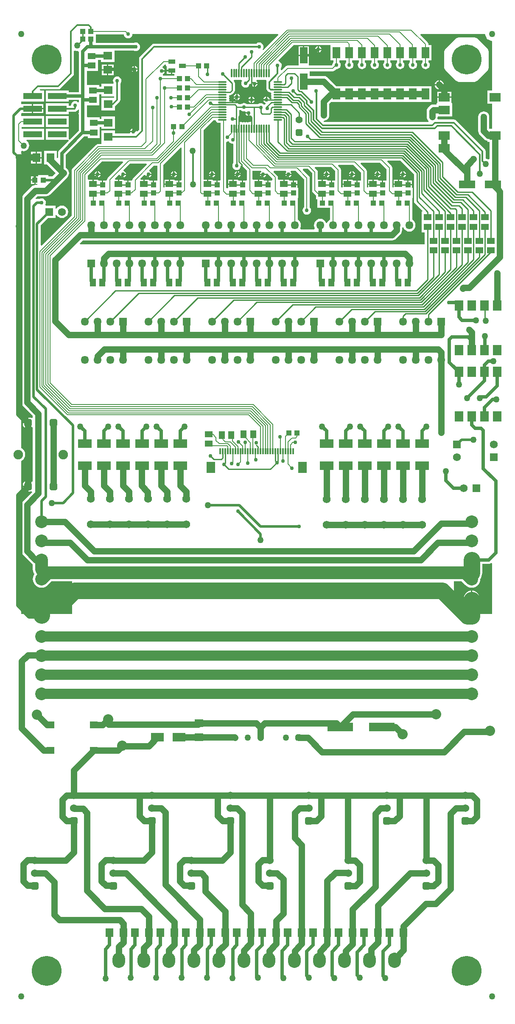
<source format=gtl>
%FSLAX25Y25*%
%MOIN*%
G70*
G01*
G75*
G04 Layer_Physical_Order=1*
G04 Layer_Color=255*
%ADD10R,0.09000X0.06500*%
%ADD11R,0.07000X0.08000*%
%ADD12R,0.05906X0.05118*%
%ADD13R,0.12500X0.06000*%
%ADD14R,0.06000X0.12500*%
%ADD15R,0.05600X0.03600*%
%ADD16R,0.06299X0.07087*%
%ADD17R,0.10630X0.07087*%
%ADD18R,0.04331X0.03937*%
%ADD19R,0.05118X0.05906*%
%ADD20C,0.05000*%
%ADD21R,0.07087X0.06299*%
%ADD22R,0.03937X0.04331*%
%ADD23R,0.06000X0.08500*%
%ADD24R,0.01181X0.05118*%
%ADD25R,0.07087X0.08661*%
%ADD26O,0.01181X0.07087*%
%ADD27O,0.07087X0.01181*%
%ADD28R,0.14500X0.05000*%
%ADD29R,0.10000X0.07000*%
%ADD30R,0.20000X0.07000*%
%ADD31R,0.06000X0.05500*%
%ADD32C,0.00800*%
%ADD33C,0.01000*%
%ADD34C,0.05000*%
%ADD35C,0.02000*%
%ADD36C,0.08000*%
%ADD37C,0.02500*%
%ADD38C,0.01200*%
%ADD39C,0.13000*%
%ADD40C,0.10000*%
%ADD41C,0.06000*%
G04:AMPARAMS|DCode=42|XSize=60mil|YSize=60mil|CornerRadius=15mil|HoleSize=0mil|Usage=FLASHONLY|Rotation=90.000|XOffset=0mil|YOffset=0mil|HoleType=Round|Shape=RoundedRectangle|*
%AMROUNDEDRECTD42*
21,1,0.06000,0.03000,0,0,90.0*
21,1,0.03000,0.06000,0,0,90.0*
1,1,0.03000,0.01500,0.01500*
1,1,0.03000,0.01500,-0.01500*
1,1,0.03000,-0.01500,-0.01500*
1,1,0.03000,-0.01500,0.01500*
%
%ADD42ROUNDEDRECTD42*%
%ADD43R,0.06200X0.06200*%
%ADD44C,0.06200*%
%ADD45O,0.06000X0.06400*%
%ADD46R,0.06000X0.06400*%
%ADD47O,0.10000X0.12000*%
%ADD48C,0.23400*%
%ADD49R,0.06200X0.06200*%
%ADD50C,0.10000*%
%ADD51C,0.07500*%
G04:AMPARAMS|DCode=52|XSize=50mil|YSize=50mil|CornerRadius=12.5mil|HoleSize=0mil|Usage=FLASHONLY|Rotation=180.000|XOffset=0mil|YOffset=0mil|HoleType=Round|Shape=RoundedRectangle|*
%AMROUNDEDRECTD52*
21,1,0.05000,0.02500,0,0,180.0*
21,1,0.02500,0.05000,0,0,180.0*
1,1,0.02500,-0.01250,0.01250*
1,1,0.02500,0.01250,0.01250*
1,1,0.02500,0.01250,-0.01250*
1,1,0.02500,-0.01250,-0.01250*
%
%ADD52ROUNDEDRECTD52*%
%ADD53C,0.05500*%
G04:AMPARAMS|DCode=54|XSize=55mil|YSize=55mil|CornerRadius=13.75mil|HoleSize=0mil|Usage=FLASHONLY|Rotation=180.000|XOffset=0mil|YOffset=0mil|HoleType=Round|Shape=RoundedRectangle|*
%AMROUNDEDRECTD54*
21,1,0.05500,0.02750,0,0,180.0*
21,1,0.02750,0.05500,0,0,180.0*
1,1,0.02750,-0.01375,0.01375*
1,1,0.02750,0.01375,0.01375*
1,1,0.02750,0.01375,-0.01375*
1,1,0.02750,-0.01375,-0.01375*
%
%ADD54ROUNDEDRECTD54*%
%ADD55C,0.03000*%
%ADD56C,0.08000*%
G36*
X42878Y741811D02*
X44000Y741663D01*
X44649Y741748D01*
X44794Y741702D01*
X45385Y741166D01*
X45424Y741072D01*
Y730000D01*
Y709476D01*
X37500D01*
Y710700D01*
X19400D01*
Y702100D01*
X37500D01*
Y703324D01*
X45424D01*
Y703000D01*
Y701878D01*
X45360Y701819D01*
X44624Y701530D01*
X44164Y701883D01*
X43361Y702215D01*
X42500Y702328D01*
X41638Y702215D01*
X40836Y701883D01*
X40146Y701354D01*
X39617Y700664D01*
X39285Y699861D01*
X39171Y699000D01*
X39037Y698847D01*
X37500D01*
Y700700D01*
X19400D01*
Y692100D01*
X37500D01*
Y693953D01*
X41900D01*
X42681Y694108D01*
X42836Y694139D01*
X43630Y694670D01*
X44230Y695270D01*
X44624Y695858D01*
X45424Y695616D01*
Y693696D01*
X45285Y693362D01*
X45171Y692500D01*
X45285Y691639D01*
X45424Y691304D01*
Y679274D01*
X38300Y672151D01*
X37893Y672319D01*
X37893Y672319D01*
X37621Y672432D01*
X37565Y672455D01*
X37521Y672473D01*
X37500Y672482D01*
Y672543D01*
X37500Y672742D01*
Y672763D01*
Y672763D01*
Y680700D01*
X19400D01*
Y672100D01*
X36837D01*
X36837Y672100D01*
X36858D01*
X37057Y672100D01*
X37118D01*
X37127Y672079D01*
X37145Y672035D01*
X37168Y671979D01*
X37281Y671707D01*
X37281Y671707D01*
X37449Y671300D01*
X29825Y663675D01*
X29336Y663038D01*
X29028Y662296D01*
X28924Y661500D01*
Y658129D01*
X28124Y657701D01*
X27950Y657818D01*
Y663343D01*
X18050D01*
Y652657D01*
X20310D01*
X27066Y645900D01*
X24733Y643567D01*
X24491Y643324D01*
X21215D01*
Y644269D01*
X13285D01*
Y643469D01*
X11250D01*
Y640500D01*
Y637532D01*
X12719D01*
X12817Y637434D01*
X12578Y636541D01*
X12565Y636537D01*
X11100D01*
X9978Y636389D01*
X8931Y635956D01*
X8033Y635267D01*
X1633Y628867D01*
X944Y627969D01*
X800Y627621D01*
X0Y627780D01*
Y655623D01*
X496Y656004D01*
X1057Y656735D01*
X1410Y657586D01*
X1464Y658000D01*
X-2000D01*
Y659000D01*
X1464D01*
X1410Y659414D01*
X1057Y660265D01*
X496Y660996D01*
X0Y661377D01*
Y662954D01*
X665Y663399D01*
X878Y663311D01*
X2000Y663163D01*
X3122Y663311D01*
X4169Y663744D01*
X5067Y664433D01*
X5756Y665332D01*
X6189Y666377D01*
X6337Y667500D01*
X6189Y668622D01*
X5756Y669668D01*
X5067Y670567D01*
X4169Y671256D01*
X4062Y671300D01*
X4222Y672100D01*
X18000D01*
Y680700D01*
X243D01*
Y682100D01*
X18000D01*
Y690700D01*
X0D01*
Y692659D01*
X700Y692900D01*
X800Y692900D01*
X8450D01*
Y696400D01*
Y699900D01*
X800D01*
X700Y699900D01*
X0Y700141D01*
Y702100D01*
X18000D01*
Y710700D01*
X15111D01*
X14683Y711500D01*
X14718Y711553D01*
X29000D01*
X29781Y711708D01*
X29936Y711739D01*
X30730Y712270D01*
X40730Y722270D01*
X41261Y723064D01*
X41447Y724000D01*
Y741583D01*
X42247Y742072D01*
X42878Y741811D01*
D02*
G37*
G36*
X228557Y645871D02*
Y632300D01*
X228728Y631442D01*
X229214Y630714D01*
X231747Y628181D01*
Y625391D01*
X232785D01*
Y618731D01*
X242757D01*
Y609466D01*
X242579Y609393D01*
X241577Y608623D01*
X240807Y607621D01*
X240416Y606675D01*
X239584D01*
X239193Y607621D01*
X238423Y608623D01*
X237421Y609393D01*
X236253Y609876D01*
X235000Y610041D01*
X233747Y609876D01*
X232579Y609393D01*
X231577Y608623D01*
X230807Y607621D01*
X230324Y606453D01*
X230159Y605200D01*
Y604800D01*
X230324Y603547D01*
X230742Y602537D01*
X230404Y601737D01*
X219596D01*
X219258Y602537D01*
X219676Y603547D01*
X219841Y604800D01*
Y605200D01*
X219676Y606453D01*
X219193Y607621D01*
X218423Y608623D01*
X217421Y609393D01*
X217243Y609466D01*
Y620750D01*
X217215Y620890D01*
Y626268D01*
X217769Y626285D01*
X217769D01*
Y634215D01*
X216968D01*
Y636250D01*
X214000D01*
Y636750D01*
X213500D01*
Y639915D01*
X211032D01*
X210453Y640449D01*
Y640809D01*
X207000D01*
Y637250D01*
X206000D01*
Y640809D01*
X202547D01*
X202547Y640809D01*
Y640809D01*
X202547Y640809D01*
X201843Y641041D01*
Y642600D01*
X201672Y643458D01*
X201186Y644186D01*
X198515Y646857D01*
X198847Y647657D01*
X208036D01*
X208279Y646857D01*
X208198Y646802D01*
X207645Y645975D01*
X207551Y645500D01*
X212450D01*
X212355Y645975D01*
X211802Y646802D01*
X211721Y646857D01*
X211964Y647657D01*
X215771D01*
X222257Y641171D01*
Y619138D01*
X222146Y619054D01*
X221618Y618364D01*
X221285Y617561D01*
X221171Y616700D01*
X221285Y615838D01*
X221618Y615036D01*
X222146Y614346D01*
X222836Y613818D01*
X223639Y613485D01*
X224500Y613372D01*
X225361Y613485D01*
X226164Y613818D01*
X226854Y614346D01*
X227382Y615036D01*
X227715Y615838D01*
X227829Y616700D01*
X227715Y617561D01*
X227382Y618364D01*
X226854Y619054D01*
X226743Y619138D01*
Y642100D01*
X226572Y642958D01*
X226086Y643686D01*
X221254Y648518D01*
X221561Y649257D01*
X225171D01*
X228557Y645871D01*
D02*
G37*
G36*
X188578Y647057D02*
X188198Y646802D01*
X187645Y645975D01*
X187550Y645500D01*
X192587D01*
X193200Y645828D01*
X197357Y641671D01*
Y640555D01*
X196968Y639915D01*
X194500D01*
Y636750D01*
X193500D01*
Y639915D01*
X191032D01*
X190453Y640449D01*
Y640809D01*
X187000D01*
Y637250D01*
X186000D01*
Y640809D01*
X182547D01*
X182547Y640809D01*
Y640809D01*
X182547Y640809D01*
X181843Y641041D01*
Y647857D01*
X188336D01*
X188578Y647057D01*
D02*
G37*
G36*
X80046Y654218D02*
X68014Y642186D01*
X67528Y641458D01*
X67357Y640600D01*
Y640555D01*
X66969Y639915D01*
X64500D01*
Y636750D01*
X63500D01*
Y639915D01*
X61032D01*
X60453Y640449D01*
Y640809D01*
X57000D01*
Y637250D01*
X56000D01*
Y640809D01*
X52547D01*
X52343Y641525D01*
Y643871D01*
X63429Y654957D01*
X79739D01*
X80046Y654218D01*
D02*
G37*
G36*
X113650Y731066D02*
Y729900D01*
X113967D01*
X114450Y729300D01*
Y727000D01*
X118250D01*
Y726500D01*
X118750D01*
Y723700D01*
X120285D01*
Y722443D01*
X111737D01*
X111263Y722807D01*
X111261Y723233D01*
X111375Y723645D01*
X112202Y724198D01*
X112755Y725025D01*
X112849Y725500D01*
X110400D01*
Y726500D01*
X112849D01*
X112755Y726975D01*
X112202Y727802D01*
X111375Y728355D01*
X111195Y728391D01*
X110931Y729259D01*
X112850Y731178D01*
X113650Y731066D01*
D02*
G37*
G36*
X944Y463831D02*
X1633Y462933D01*
X9163Y455404D01*
Y453917D01*
X9117Y453875D01*
X8363Y453562D01*
X7775Y453955D01*
X6800Y454149D01*
X5800D01*
Y450100D01*
Y446051D01*
X6800D01*
X7775Y446245D01*
X8363Y446638D01*
X9117Y446325D01*
X9163Y446283D01*
Y403917D01*
X9117Y403875D01*
X8363Y403562D01*
X7775Y403955D01*
X6800Y404149D01*
X5800D01*
Y400100D01*
Y396051D01*
X6800D01*
X7775Y396245D01*
X8091Y396456D01*
X8601Y395834D01*
X1633Y388867D01*
X944Y387969D01*
X800Y387621D01*
X0Y387780D01*
Y420087D01*
X399Y420252D01*
X1558Y421142D01*
X2448Y422301D01*
X3007Y423651D01*
X3198Y425100D01*
X3007Y426549D01*
X2448Y427899D01*
X1558Y429058D01*
X399Y429948D01*
X0Y430113D01*
Y464020D01*
X800Y464179D01*
X944Y463831D01*
D02*
G37*
G36*
X308655Y644929D02*
Y624000D01*
X308833Y623103D01*
X309342Y622342D01*
X315335Y616348D01*
X315029Y615609D01*
X314747D01*
Y606891D01*
Y599391D01*
X317155D01*
Y590000D01*
X46279D01*
X45973Y590739D01*
X48296Y593063D01*
X291400D01*
X292523Y593211D01*
X293569Y593644D01*
X294467Y594333D01*
X298067Y597933D01*
X298756Y598832D01*
X299189Y599878D01*
X299337Y601000D01*
Y602728D01*
X299584Y603325D01*
X300416D01*
X300807Y602379D01*
X301577Y601377D01*
X302579Y600607D01*
X303747Y600124D01*
X305000Y599959D01*
X306253Y600124D01*
X307421Y600607D01*
X308423Y601377D01*
X309193Y602379D01*
X309677Y603547D01*
X309841Y604800D01*
Y605200D01*
X309677Y606453D01*
X309193Y607621D01*
X308423Y608623D01*
X307421Y609393D01*
X307243Y609466D01*
Y620750D01*
X307215Y620890D01*
Y626268D01*
X307769Y626285D01*
X307769D01*
Y634215D01*
X306968D01*
Y636250D01*
X304000D01*
Y636750D01*
X303500D01*
Y639915D01*
X301031D01*
X300453Y640449D01*
Y640809D01*
X297000D01*
Y637250D01*
X296500D01*
Y636750D01*
X292547D01*
Y634675D01*
X292485Y634613D01*
X291702Y634848D01*
X291643Y634902D01*
Y650000D01*
X291472Y650858D01*
X290986Y651586D01*
X287656Y654916D01*
X287963Y655655D01*
X297929D01*
X308655Y644929D01*
D02*
G37*
G36*
X189894Y719146D02*
X190827Y718960D01*
X191760Y719146D01*
X191811Y719180D01*
X191862Y719146D01*
X192206Y719078D01*
X192632Y718566D01*
X192689Y718186D01*
X192553Y717500D01*
Y712500D01*
X192708Y711719D01*
X192739Y711564D01*
X193270Y710770D01*
X194270Y709770D01*
X195064Y709239D01*
X195219Y709208D01*
X196000Y709053D01*
X196319D01*
X196524Y708614D01*
X196634Y708297D01*
X196460Y707421D01*
X196646Y706489D01*
X196680Y706437D01*
X196646Y706386D01*
X196460Y705453D01*
X196625Y704623D01*
X196639Y704508D01*
X196194Y703757D01*
X196020Y703722D01*
X195459Y703934D01*
X195115Y704174D01*
X195055Y704475D01*
X194502Y705302D01*
X193675Y705855D01*
X193200Y705949D01*
Y703500D01*
X192700D01*
Y703000D01*
X190251D01*
X190345Y702525D01*
X190898Y701698D01*
X191725Y701145D01*
X191869Y701116D01*
X192090Y700386D01*
X191585Y699750D01*
X190910Y699694D01*
X190628Y699766D01*
X190610Y699780D01*
X190554Y699854D01*
X189864Y700383D01*
X189061Y700715D01*
X188200Y700829D01*
X187338Y700715D01*
X186536Y700383D01*
X185938Y699924D01*
X177460D01*
X177454Y699932D01*
X176764Y700461D01*
X175961Y700794D01*
X175100Y700907D01*
X174239Y700794D01*
X173436Y700461D01*
X172746Y699932D01*
X172740Y699924D01*
X170872D01*
X170831Y699985D01*
X169611Y701205D01*
X168850Y701714D01*
X167953Y701892D01*
X163803D01*
X163382Y702692D01*
X163540Y703484D01*
X163354Y704417D01*
X163320Y704468D01*
X163354Y704520D01*
X163540Y705453D01*
X163375Y706282D01*
X163803Y707045D01*
X164190D01*
X165087Y707223D01*
X165848Y707732D01*
X167258Y709142D01*
X167767Y709903D01*
X167945Y710800D01*
X167945Y710800D01*
Y716300D01*
X167767Y717197D01*
X167258Y717958D01*
X167039Y718178D01*
X167116Y718543D01*
X167357Y718991D01*
X168138Y719146D01*
X168189Y719180D01*
X168240Y719146D01*
X169173Y718960D01*
X170106Y719146D01*
X170158Y719180D01*
X170209Y719146D01*
X171142Y718960D01*
X172074Y719146D01*
X172126Y719180D01*
X172178Y719146D01*
X173110Y718960D01*
X173546Y718231D01*
X173417Y718064D01*
X173085Y717262D01*
X172971Y716400D01*
X173085Y715539D01*
X173417Y714736D01*
X173946Y714046D01*
X174636Y713518D01*
X175438Y713185D01*
X176300Y713071D01*
X177162Y713185D01*
X177964Y713518D01*
X178654Y714046D01*
X179183Y714736D01*
X179515Y715539D01*
X179560Y715880D01*
X179870Y716065D01*
X180758Y715661D01*
X180845Y715225D01*
X181398Y714398D01*
X182225Y713845D01*
X182700Y713751D01*
Y716200D01*
X183200D01*
Y716700D01*
X185650D01*
X185555Y717175D01*
X185002Y718002D01*
X184734Y718182D01*
X184874Y718766D01*
X184989Y718974D01*
X185854Y719146D01*
X185906Y719180D01*
X185957Y719146D01*
X186890Y718960D01*
X187822Y719146D01*
X187874Y719180D01*
X187926Y719146D01*
X188858Y718960D01*
X189791Y719146D01*
X189842Y719180D01*
X189894Y719146D01*
D02*
G37*
G36*
X267157Y646371D02*
Y640637D01*
X266968Y639915D01*
X264500D01*
Y636750D01*
X263500D01*
Y639915D01*
X261032D01*
X260453Y640449D01*
Y640809D01*
X257000D01*
Y637250D01*
X256500D01*
Y636750D01*
X252547D01*
Y634675D01*
X252418Y634545D01*
X251404Y634646D01*
X251343Y634742D01*
Y648500D01*
X251172Y649358D01*
X250686Y650086D01*
X249054Y651718D01*
X249361Y652457D01*
X261071D01*
X267157Y646371D01*
D02*
G37*
G36*
X98546Y652618D02*
X88014Y642086D01*
X87528Y641358D01*
X87367Y640550D01*
X86968Y639915D01*
X84500D01*
Y636750D01*
X83500D01*
Y639915D01*
X81032D01*
X80453Y640449D01*
Y640809D01*
X77000D01*
Y637250D01*
X76000D01*
Y640809D01*
X74027D01*
X73720Y641548D01*
X76724Y644552D01*
X77592Y644289D01*
X77645Y644025D01*
X78198Y643198D01*
X79024Y642645D01*
X79500Y642551D01*
Y645000D01*
X80000D01*
Y645500D01*
X82450D01*
X82355Y645975D01*
X81802Y646802D01*
X80976Y647355D01*
X80711Y647407D01*
X80448Y648276D01*
X85529Y653357D01*
X98239D01*
X98546Y652618D01*
D02*
G37*
G36*
X172746Y695225D02*
X173436Y694696D01*
X174239Y694364D01*
X175100Y694250D01*
X175728Y694333D01*
X176241Y693876D01*
X176363Y693664D01*
X176350Y693600D01*
X178800D01*
Y693100D01*
X179300D01*
Y690651D01*
X179776Y690745D01*
X179808Y690767D01*
X180608Y690339D01*
Y686303D01*
X179808Y685882D01*
X179016Y686040D01*
X178083Y685854D01*
X178032Y685820D01*
X177980Y685854D01*
X177047Y686040D01*
X176114Y685854D01*
X176063Y685820D01*
X176012Y685854D01*
X175079Y686040D01*
X174146Y685854D01*
X174094Y685820D01*
X174043Y685854D01*
X173110Y686040D01*
X172318Y685882D01*
X171518Y686303D01*
Y695234D01*
X172740D01*
X172746Y695225D01*
D02*
G37*
G36*
X107157Y640637D02*
X106968Y639915D01*
X104500D01*
Y636750D01*
X103500D01*
Y639915D01*
X101031D01*
X100453Y640449D01*
Y640809D01*
X97000D01*
Y637250D01*
X96000D01*
Y640809D01*
X94126D01*
X93820Y641548D01*
X96741Y644469D01*
X97609Y644206D01*
X97645Y644025D01*
X98198Y643198D01*
X99024Y642645D01*
X99500Y642551D01*
Y645000D01*
X100000D01*
Y645500D01*
X102450D01*
X102355Y645975D01*
X101802Y646802D01*
X100976Y647355D01*
X100794Y647391D01*
X100531Y648259D01*
X104029Y651757D01*
X107157D01*
Y640637D01*
D02*
G37*
G36*
X163517Y670536D02*
X164046Y669846D01*
X164736Y669317D01*
X165539Y668985D01*
X166400Y668871D01*
X166855Y668472D01*
Y653960D01*
X166846Y653954D01*
X166317Y653264D01*
X165985Y652461D01*
X165872Y651600D01*
X165985Y650738D01*
X166317Y649936D01*
X166846Y649246D01*
X167536Y648717D01*
X168339Y648385D01*
X169200Y648272D01*
X170062Y648385D01*
X170864Y648717D01*
X171554Y649246D01*
X172082Y649936D01*
X172415Y650738D01*
X172525Y651572D01*
X172611Y651637D01*
X173291Y651937D01*
X177357Y647871D01*
Y640555D01*
X176969Y639915D01*
X174500D01*
Y636750D01*
X173500D01*
Y639915D01*
X171031D01*
X170453Y640449D01*
Y640809D01*
X167000D01*
Y637250D01*
X166500D01*
Y636750D01*
X162547D01*
Y634675D01*
X161982Y634109D01*
X161747D01*
X161143Y634582D01*
Y670164D01*
X161745Y670692D01*
X161900Y670672D01*
X162761Y670785D01*
X163319Y671016D01*
X163517Y670536D01*
D02*
G37*
G36*
X246857Y647571D02*
Y640481D01*
X246291Y639915D01*
X244500D01*
Y636750D01*
X243500D01*
Y639915D01*
X241032D01*
X240453Y640449D01*
Y640809D01*
X237000D01*
Y637250D01*
X236000D01*
Y640809D01*
X233043D01*
Y646800D01*
X232872Y647658D01*
X232386Y648386D01*
X230654Y650118D01*
X230961Y650857D01*
X243571D01*
X246857Y647571D01*
D02*
G37*
G36*
X287157Y649071D02*
Y640637D01*
X286968Y639915D01*
X284500D01*
Y636750D01*
X283500D01*
Y639915D01*
X281031D01*
X280453Y640449D01*
Y640809D01*
X277000D01*
Y637250D01*
X276500D01*
Y636750D01*
X272547D01*
Y634675D01*
X272485Y634613D01*
X271702Y634848D01*
X271643Y634902D01*
Y647300D01*
X271472Y648158D01*
X270986Y648886D01*
X266554Y653318D01*
X266861Y654057D01*
X282171D01*
X287157Y649071D01*
D02*
G37*
G36*
X125957Y665765D02*
Y640481D01*
X125391Y639915D01*
X124500D01*
Y636750D01*
X123500D01*
Y639915D01*
X121031D01*
X120453Y640449D01*
Y640809D01*
X117000D01*
Y637250D01*
X116500D01*
Y636750D01*
X112547D01*
Y634675D01*
X112486Y634613D01*
X111702Y634848D01*
X111643Y634902D01*
Y652496D01*
X125218Y666071D01*
X125957Y665765D01*
D02*
G37*
G36*
X152945Y686803D02*
X153473Y686013D01*
X154264Y685484D01*
X155197Y685299D01*
X156657D01*
Y640481D01*
X156091Y639915D01*
X154500D01*
Y636750D01*
X153500D01*
Y639915D01*
X151031D01*
X150453Y640449D01*
Y640809D01*
X147000D01*
Y637250D01*
X146000D01*
Y640809D01*
X143343D01*
Y679671D01*
X151134Y687462D01*
X152814D01*
X152945Y686803D01*
D02*
G37*
G36*
X370000Y339755D02*
Y300000D01*
X359467D01*
X359013Y300850D01*
X358263Y301763D01*
X357349Y302513D01*
X356307Y303070D01*
X355176Y303413D01*
X354500Y303480D01*
Y297500D01*
X353500D01*
Y303480D01*
X352824Y303413D01*
X351693Y303070D01*
X350651Y302513D01*
X349737Y301763D01*
X348987Y300850D01*
X348533Y300000D01*
X340000D01*
Y325667D01*
X346170D01*
X349168Y322668D01*
X350204Y321819D01*
X351385Y321187D01*
X352667Y320798D01*
X354000Y320667D01*
X355333Y320798D01*
X356615Y321187D01*
X357796Y321819D01*
X358832Y322668D01*
X359681Y323704D01*
X360313Y324885D01*
X360702Y326167D01*
X360833Y327500D01*
X360816Y327668D01*
X360812Y327717D01*
X360935Y327867D01*
X361705Y329308D01*
X362180Y330873D01*
X362340Y332500D01*
Y339424D01*
X367300D01*
X368096Y339528D01*
X368838Y339836D01*
X369200Y340113D01*
X370000Y339755D01*
D02*
G37*
G36*
X366000Y751000D02*
X370000Y749500D01*
Y710550D01*
X366200D01*
Y700450D01*
X370000D01*
Y680550D01*
X368084D01*
X367837Y680796D01*
Y690000D01*
X367689Y691122D01*
X367256Y692169D01*
X366567Y693067D01*
X365669Y693756D01*
X364622Y694189D01*
X363500Y694337D01*
X362378Y694189D01*
X361331Y693756D01*
X360433Y693067D01*
X359744Y692169D01*
X359311Y691122D01*
X359163Y690000D01*
Y679000D01*
X359311Y677878D01*
X359744Y676831D01*
X360433Y675933D01*
X363933Y672433D01*
X364831Y671744D01*
X365878Y671311D01*
X366200Y671268D01*
Y670450D01*
X368163D01*
Y657001D01*
X367363Y656607D01*
X367169Y656756D01*
X366123Y657189D01*
X365000Y657337D01*
X364947Y657384D01*
Y663000D01*
X364761Y663936D01*
X364230Y664730D01*
X341730Y687230D01*
X340936Y687761D01*
X340781Y687792D01*
X340000Y687947D01*
X327524D01*
X327079Y688612D01*
X327189Y688877D01*
X327337Y690000D01*
Y690450D01*
X338800D01*
Y700550D01*
X338241D01*
X338000Y701250D01*
X338000Y701350D01*
Y705000D01*
X327000D01*
Y701350D01*
X327000Y701250D01*
X326759Y700550D01*
X326200D01*
Y699837D01*
X324000D01*
X323008Y699707D01*
X322878Y699689D01*
X321831Y699256D01*
X320933Y698567D01*
X319933Y697567D01*
X319244Y696669D01*
X318811Y695622D01*
X318663Y694500D01*
Y690000D01*
X318811Y688877D01*
X319244Y687831D01*
X319933Y686933D01*
X320176Y686747D01*
X319904Y685947D01*
X238171D01*
X237744Y686458D01*
X238066Y687198D01*
X238923Y687311D01*
X239969Y687744D01*
X240867Y688433D01*
X241556Y689331D01*
X241989Y690378D01*
X242137Y691500D01*
Y700403D01*
X243584Y701850D01*
X252500D01*
Y701850D01*
X252900D01*
Y701850D01*
X262500D01*
Y701850D01*
X262900D01*
Y701850D01*
X272500D01*
Y701850D01*
X272900D01*
Y701850D01*
X282500D01*
Y701850D01*
X282900D01*
Y701850D01*
X292500D01*
Y701850D01*
X292900D01*
Y701850D01*
X302500D01*
Y701850D01*
X302900D01*
Y701850D01*
X312500D01*
Y701850D01*
X312900D01*
Y701850D01*
X322500D01*
Y713950D01*
X312900D01*
Y713950D01*
X312500D01*
Y713950D01*
X302900D01*
Y713950D01*
X302500D01*
Y713950D01*
X292900D01*
Y713950D01*
X292500D01*
Y713950D01*
X282900D01*
Y713950D01*
X282500D01*
Y713950D01*
X272900D01*
Y713950D01*
X272500D01*
Y713950D01*
X262900D01*
Y713950D01*
X262500D01*
Y713950D01*
X252900D01*
Y713950D01*
X252500D01*
Y713950D01*
X247784D01*
X240917Y720817D01*
X240019Y721506D01*
X238972Y721939D01*
X237850Y722087D01*
X226800D01*
Y725757D01*
X244800D01*
X245658Y725928D01*
X246386Y726414D01*
X247485Y727513D01*
X247800Y727471D01*
X248661Y727585D01*
X249464Y727917D01*
X250154Y728446D01*
X250682Y729136D01*
X251015Y729939D01*
X251129Y730800D01*
X251015Y731662D01*
X250682Y732464D01*
X250154Y733154D01*
X249943Y733315D01*
Y734350D01*
X252500D01*
Y734350D01*
X252900D01*
Y734350D01*
X255457D01*
Y733162D01*
X255446Y733154D01*
X254918Y732464D01*
X254585Y731662D01*
X254471Y730800D01*
X254585Y729939D01*
X254918Y729136D01*
X255446Y728446D01*
X256136Y727917D01*
X256939Y727585D01*
X257800Y727471D01*
X258662Y727585D01*
X259464Y727917D01*
X260154Y728446D01*
X260683Y729136D01*
X261015Y729939D01*
X261128Y730800D01*
X261015Y731662D01*
X260683Y732464D01*
X260154Y733154D01*
X259943Y733315D01*
Y734350D01*
X262500D01*
Y734350D01*
X262900D01*
Y734350D01*
X265457D01*
Y733162D01*
X265446Y733154D01*
X264917Y732464D01*
X264585Y731662D01*
X264472Y730800D01*
X264585Y729939D01*
X264917Y729136D01*
X265446Y728446D01*
X266136Y727917D01*
X266938Y727585D01*
X267800Y727471D01*
X268661Y727585D01*
X269464Y727917D01*
X270154Y728446D01*
X270683Y729136D01*
X271015Y729939D01*
X271129Y730800D01*
X271015Y731662D01*
X270683Y732464D01*
X270154Y733154D01*
X269943Y733315D01*
Y734350D01*
X272500D01*
Y734350D01*
X272900D01*
Y734350D01*
X275457D01*
Y733162D01*
X275446Y733154D01*
X274918Y732464D01*
X274585Y731662D01*
X274471Y730800D01*
X274585Y729939D01*
X274918Y729136D01*
X275446Y728446D01*
X276136Y727917D01*
X276939Y727585D01*
X277800Y727471D01*
X278661Y727585D01*
X279464Y727917D01*
X280154Y728446D01*
X280682Y729136D01*
X281015Y729939D01*
X281129Y730800D01*
X281015Y731662D01*
X280682Y732464D01*
X280154Y733154D01*
X279943Y733315D01*
Y734350D01*
X282500D01*
Y734350D01*
X282900D01*
Y734350D01*
X285457D01*
Y733162D01*
X285446Y733154D01*
X284917Y732464D01*
X284585Y731662D01*
X284472Y730800D01*
X284585Y729939D01*
X284917Y729136D01*
X285446Y728446D01*
X286136Y727917D01*
X286939Y727585D01*
X287800Y727471D01*
X288662Y727585D01*
X289464Y727917D01*
X290154Y728446D01*
X290683Y729136D01*
X291015Y729939D01*
X291128Y730800D01*
X291015Y731662D01*
X290683Y732464D01*
X290154Y733154D01*
X289943Y733315D01*
Y734350D01*
X292500D01*
Y734350D01*
X292900D01*
Y734350D01*
X295457D01*
Y733162D01*
X295446Y733154D01*
X294917Y732464D01*
X294585Y731662D01*
X294472Y730800D01*
X294585Y729939D01*
X294917Y729136D01*
X295446Y728446D01*
X296136Y727917D01*
X296938Y727585D01*
X297800Y727471D01*
X298661Y727585D01*
X299464Y727917D01*
X300154Y728446D01*
X300682Y729136D01*
X301015Y729939D01*
X301129Y730800D01*
X301015Y731662D01*
X300682Y732464D01*
X300154Y733154D01*
X299943Y733315D01*
Y734350D01*
X302500D01*
Y734350D01*
X302900D01*
Y734350D01*
X305457D01*
Y733162D01*
X305446Y733154D01*
X304918Y732464D01*
X304585Y731662D01*
X304471Y730800D01*
X304585Y729939D01*
X304918Y729136D01*
X305446Y728446D01*
X306136Y727917D01*
X306939Y727585D01*
X307800Y727471D01*
X308662Y727585D01*
X309464Y727917D01*
X310154Y728446D01*
X310683Y729136D01*
X311015Y729939D01*
X311128Y730800D01*
X311015Y731662D01*
X310683Y732464D01*
X310154Y733154D01*
X309943Y733315D01*
Y734350D01*
X312500D01*
Y734350D01*
X312900D01*
Y734350D01*
X315457D01*
Y733162D01*
X315446Y733154D01*
X314917Y732464D01*
X314585Y731662D01*
X314472Y730800D01*
X314585Y729939D01*
X314917Y729136D01*
X315446Y728446D01*
X316136Y727917D01*
X316938Y727585D01*
X317800Y727471D01*
X318661Y727585D01*
X319464Y727917D01*
X320154Y728446D01*
X320683Y729136D01*
X321015Y729939D01*
X321129Y730800D01*
X321015Y731662D01*
X320683Y732464D01*
X320154Y733154D01*
X319943Y733315D01*
Y734350D01*
X322500D01*
Y746450D01*
X320043D01*
Y746900D01*
X319872Y747758D01*
X319386Y748486D01*
X313611Y754261D01*
X313917Y755000D01*
X364500D01*
X366000Y751000D01*
D02*
G37*
G36*
X202012Y754261D02*
X190244Y742493D01*
X189641Y743021D01*
X189883Y743336D01*
X190215Y744138D01*
X190329Y745000D01*
X190215Y745861D01*
X189883Y746664D01*
X189354Y747354D01*
X188664Y747883D01*
X187862Y748215D01*
X187000Y748328D01*
X186138Y748215D01*
X185336Y747883D01*
X184768Y747447D01*
X104500D01*
X103564Y747261D01*
X102770Y746730D01*
X93270Y737230D01*
X92739Y736436D01*
X92708Y736281D01*
X92553Y735500D01*
Y680014D01*
X91311Y678771D01*
X90443Y679035D01*
X90355Y679475D01*
X89802Y680302D01*
X88976Y680855D01*
X88500Y680949D01*
Y678500D01*
X88000D01*
Y678000D01*
X85550D01*
X85601Y677747D01*
X85142Y676947D01*
X73843D01*
Y679450D01*
X63157D01*
Y669550D01*
X63157D01*
X63036Y668800D01*
X60462D01*
X59604Y668630D01*
X58876Y668144D01*
X40457Y649724D01*
X39970Y648996D01*
X39800Y648138D01*
Y612767D01*
X15963Y588930D01*
X15224Y589236D01*
Y604730D01*
X21094Y610600D01*
X26900D01*
Y612918D01*
X27700Y613077D01*
X27720Y613029D01*
X28505Y612005D01*
X29529Y611220D01*
X30721Y610726D01*
X32000Y610558D01*
X33279Y610726D01*
X34471Y611220D01*
X35495Y612005D01*
X36280Y613029D01*
X36774Y614221D01*
X36942Y615500D01*
X36774Y616779D01*
X36280Y617971D01*
X35495Y618995D01*
X34471Y619780D01*
X33279Y620274D01*
X32000Y620442D01*
X30721Y620274D01*
X29529Y619780D01*
X28505Y618995D01*
X27720Y617971D01*
X27700Y617923D01*
X26900Y618082D01*
Y620400D01*
X19426D01*
X19102Y620938D01*
X19009Y621200D01*
X19315Y621939D01*
X19429Y622800D01*
X19315Y623662D01*
X18983Y624464D01*
X18454Y625154D01*
X17764Y625682D01*
X16962Y626015D01*
X16100Y626128D01*
X15238Y626015D01*
X14436Y625682D01*
X14360Y625624D01*
X12300D01*
X11712Y625547D01*
X11441Y625879D01*
X11301Y626267D01*
X12897Y627863D01*
X19500D01*
X20622Y628011D01*
X21669Y628444D01*
X22567Y629133D01*
X30867Y637433D01*
X36267Y642833D01*
X36267Y642833D01*
X36956Y643731D01*
X37389Y644777D01*
X37537Y645900D01*
X37389Y647022D01*
X36956Y648069D01*
X36267Y648967D01*
X35076Y650157D01*
Y660226D01*
X49524Y674674D01*
X52247D01*
Y673391D01*
X61753D01*
Y680891D01*
Y682174D01*
X63157D01*
Y680550D01*
X73843D01*
Y690450D01*
X63157D01*
Y688326D01*
X61753D01*
Y689609D01*
X52247D01*
X52247Y689609D01*
Y689609D01*
X52247Y689609D01*
X51576Y689921D01*
Y691304D01*
X51715Y691639D01*
X51828Y692500D01*
X51715Y693362D01*
X51576Y693696D01*
Y698162D01*
X51747Y698891D01*
X61253D01*
Y706391D01*
Y707674D01*
X63157D01*
Y706050D01*
X73053D01*
Y704950D01*
X63157D01*
Y695050D01*
X73843D01*
Y698383D01*
X77230Y701770D01*
X77761Y702564D01*
X77947Y703500D01*
Y716268D01*
X78383Y716836D01*
X78715Y717638D01*
X78829Y718500D01*
X78715Y719361D01*
X78383Y720164D01*
X77854Y720854D01*
X77164Y721383D01*
X76362Y721715D01*
X75500Y721829D01*
X74638Y721715D01*
X73836Y721383D01*
X73146Y720854D01*
X72617Y720164D01*
X72285Y719361D01*
X72171Y718500D01*
X72285Y717638D01*
X72617Y716836D01*
X72684Y716750D01*
X72289Y715950D01*
X63157D01*
Y713826D01*
X61253D01*
Y715109D01*
X51747D01*
X51576Y715838D01*
Y725891D01*
X60253D01*
Y733391D01*
Y734674D01*
X62657D01*
Y733050D01*
X73343D01*
Y741924D01*
X88804D01*
X89139Y741785D01*
X90000Y741672D01*
X90861Y741785D01*
X91664Y742118D01*
X92354Y742646D01*
X92883Y743336D01*
X93215Y744138D01*
X93328Y745000D01*
X93215Y745861D01*
X92883Y746664D01*
X92354Y747354D01*
X91664Y747883D01*
X90861Y748215D01*
X90000Y748328D01*
X89139Y748215D01*
X88804Y748076D01*
X58715D01*
Y753231D01*
Y754757D01*
X80704D01*
X80785Y754139D01*
X81117Y753336D01*
X81646Y752646D01*
X82336Y752117D01*
X83139Y751785D01*
X84000Y751672D01*
X84861Y751785D01*
X85664Y752117D01*
X86354Y752646D01*
X86883Y753336D01*
X87215Y754139D01*
X87328Y755000D01*
X201706D01*
X202012Y754261D01*
D02*
G37*
G36*
X242900Y734350D02*
X245457D01*
Y733162D01*
X245446Y733154D01*
X244917Y732464D01*
X244585Y731662D01*
X244478Y730850D01*
X243871Y730243D01*
X226104D01*
X226000Y731000D01*
X226000Y731043D01*
Y737750D01*
X218000D01*
Y731043D01*
X218000Y731000D01*
X217896Y730243D01*
X209300D01*
X208442Y730072D01*
X207714Y729586D01*
X204686Y726558D01*
X203947Y726864D01*
Y728268D01*
X204382Y728836D01*
X204715Y729638D01*
X204829Y730500D01*
X204715Y731361D01*
X204382Y732164D01*
X203854Y732854D01*
X203164Y733383D01*
X202473Y733669D01*
X202126Y734454D01*
X214029Y746357D01*
X242900D01*
Y734350D01*
D02*
G37*
G36*
X944Y347131D02*
X1633Y346233D01*
X8433Y339433D01*
X9167Y338870D01*
Y335000D01*
X9298Y333667D01*
X9687Y332385D01*
X10294Y331250D01*
X9687Y330115D01*
X9298Y328833D01*
X9167Y327500D01*
X9298Y326167D01*
X9687Y324885D01*
X10319Y323704D01*
X11168Y322668D01*
X12204Y321819D01*
X13385Y321187D01*
X14667Y320798D01*
X16000Y320667D01*
X17333Y320798D01*
X18615Y321187D01*
X19796Y321819D01*
X20832Y322668D01*
X23830Y325667D01*
X40000D01*
Y300000D01*
X21467D01*
X21013Y300850D01*
X20263Y301763D01*
X19350Y302513D01*
X18307Y303070D01*
X17176Y303413D01*
X16500Y303480D01*
Y297500D01*
X15500D01*
Y303480D01*
X14824Y303413D01*
X13693Y303070D01*
X12650Y302513D01*
X11737Y301763D01*
X10987Y300850D01*
X10533Y300000D01*
X0D01*
Y347320D01*
X800Y347479D01*
X944Y347131D01*
D02*
G37*
%LPC*%
G36*
X152450Y644500D02*
X150500D01*
Y642551D01*
X150976Y642645D01*
X151802Y643198D01*
X152355Y644025D01*
X152450Y644500D01*
D02*
G37*
G36*
X172450D02*
X170500D01*
Y642551D01*
X170975Y642645D01*
X171802Y643198D01*
X172355Y644025D01*
X172450Y644500D01*
D02*
G37*
G36*
X169500D02*
X167551D01*
X167645Y644025D01*
X168198Y643198D01*
X169025Y642645D01*
X169500Y642551D01*
Y644500D01*
D02*
G37*
G36*
X102450D02*
X100500D01*
Y642551D01*
X100976Y642645D01*
X101802Y643198D01*
X102355Y644025D01*
X102450Y644500D01*
D02*
G37*
G36*
X82450D02*
X80500D01*
Y642551D01*
X80976Y642645D01*
X81802Y643198D01*
X82355Y644025D01*
X82450Y644500D01*
D02*
G37*
G36*
X119500D02*
X117551D01*
X117645Y644025D01*
X118198Y643198D01*
X119025Y642645D01*
X119500Y642551D01*
Y644500D01*
D02*
G37*
G36*
X149500D02*
X147550D01*
X147645Y644025D01*
X148198Y643198D01*
X149024Y642645D01*
X149500Y642551D01*
Y644500D01*
D02*
G37*
G36*
X122450D02*
X120500D01*
Y642551D01*
X120975Y642645D01*
X121802Y643198D01*
X122355Y644025D01*
X122450Y644500D01*
D02*
G37*
G36*
X189500D02*
X187550D01*
X187645Y644025D01*
X188198Y643198D01*
X189024Y642645D01*
X189500Y642551D01*
Y644500D01*
D02*
G37*
G36*
X279500D02*
X277551D01*
X277645Y644025D01*
X278198Y643198D01*
X279025Y642645D01*
X279500Y642551D01*
Y644500D01*
D02*
G37*
G36*
X262450D02*
X260500D01*
Y642551D01*
X260976Y642645D01*
X261802Y643198D01*
X262355Y644025D01*
X262450Y644500D01*
D02*
G37*
G36*
X282450D02*
X280500D01*
Y642551D01*
X280976Y642645D01*
X281802Y643198D01*
X282355Y644025D01*
X282450Y644500D01*
D02*
G37*
G36*
X302449D02*
X300500D01*
Y642551D01*
X300975Y642645D01*
X301802Y643198D01*
X302355Y644025D01*
X302449Y644500D01*
D02*
G37*
G36*
X299500D02*
X297551D01*
X297645Y644025D01*
X298198Y643198D01*
X299025Y642645D01*
X299500Y642551D01*
Y644500D01*
D02*
G37*
G36*
X259500D02*
X257551D01*
X257645Y644025D01*
X258198Y643198D01*
X259025Y642645D01*
X259500Y642551D01*
Y644500D01*
D02*
G37*
G36*
X209500D02*
X207551D01*
X207645Y644025D01*
X208198Y643198D01*
X209025Y642645D01*
X209500Y642551D01*
Y644500D01*
D02*
G37*
G36*
X192449D02*
X190500D01*
Y642551D01*
X190975Y642645D01*
X191802Y643198D01*
X192355Y644025D01*
X192449Y644500D01*
D02*
G37*
G36*
X212450D02*
X210500D01*
Y642551D01*
X210976Y642645D01*
X211802Y643198D01*
X212355Y644025D01*
X212450Y644500D01*
D02*
G37*
G36*
X242449D02*
X240500D01*
Y642551D01*
X240975Y642645D01*
X241802Y643198D01*
X242355Y644025D01*
X242449Y644500D01*
D02*
G37*
G36*
X239500D02*
X237550D01*
X237645Y644025D01*
X238198Y643198D01*
X239024Y642645D01*
X239500Y642551D01*
Y644500D01*
D02*
G37*
G36*
X15500Y312000D02*
X10020D01*
X10087Y311324D01*
X10430Y310193D01*
X10987Y309151D01*
X11737Y308237D01*
X12650Y307487D01*
X13693Y306930D01*
X14824Y306587D01*
X15500Y306520D01*
Y312000D01*
D02*
G37*
G36*
X116000Y640809D02*
X112547D01*
Y637750D01*
X116000D01*
Y640809D01*
D02*
G37*
G36*
X10250Y640000D02*
X7585D01*
Y637532D01*
X10250D01*
Y640000D01*
D02*
G37*
G36*
X166000Y640809D02*
X162547D01*
Y637750D01*
X166000D01*
Y640809D01*
D02*
G37*
G36*
X276000D02*
X272547D01*
Y637750D01*
X276000D01*
Y640809D01*
D02*
G37*
G36*
X256000D02*
X252547D01*
Y637750D01*
X256000D01*
Y640809D01*
D02*
G37*
G36*
X304500Y639915D02*
Y637250D01*
X306968D01*
Y639915D01*
X304500D01*
D02*
G37*
G36*
X4800Y449600D02*
X1251D01*
Y448600D01*
X1445Y447624D01*
X1998Y446798D01*
X2825Y446245D01*
X3800Y446051D01*
X4800D01*
Y449600D01*
D02*
G37*
G36*
Y454149D02*
X3800D01*
X2825Y453955D01*
X1998Y453402D01*
X1445Y452575D01*
X1251Y451600D01*
Y450600D01*
X4800D01*
Y454149D01*
D02*
G37*
G36*
Y404149D02*
X3800D01*
X2825Y403955D01*
X1998Y403402D01*
X1445Y402575D01*
X1251Y401600D01*
Y400600D01*
X4800D01*
Y404149D01*
D02*
G37*
G36*
X214500Y639915D02*
Y637250D01*
X216968D01*
Y639915D01*
X214500D01*
D02*
G37*
G36*
X4800Y399600D02*
X1251D01*
Y398600D01*
X1445Y397624D01*
X1998Y396798D01*
X2825Y396245D01*
X3800Y396051D01*
X4800D01*
Y399600D01*
D02*
G37*
G36*
X10250Y643469D02*
X7585D01*
Y641000D01*
X10250D01*
Y643469D01*
D02*
G37*
G36*
X353500Y312000D02*
X348020D01*
X348087Y311324D01*
X348430Y310193D01*
X348987Y309151D01*
X349737Y308237D01*
X350651Y307487D01*
X351693Y306930D01*
X352824Y306587D01*
X353500Y306520D01*
Y312000D01*
D02*
G37*
G36*
X59500Y644500D02*
X57551D01*
X57645Y644025D01*
X58198Y643198D01*
X59025Y642645D01*
X59500Y642551D01*
Y644500D01*
D02*
G37*
G36*
X21980Y312000D02*
X16500D01*
Y306520D01*
X17176Y306587D01*
X18307Y306930D01*
X19350Y307487D01*
X20263Y308237D01*
X21013Y309151D01*
X21570Y310193D01*
X21913Y311324D01*
X21980Y312000D01*
D02*
G37*
G36*
X62450Y644500D02*
X60500D01*
Y642551D01*
X60975Y642645D01*
X61802Y643198D01*
X62355Y644025D01*
X62450Y644500D01*
D02*
G37*
G36*
X359980Y312000D02*
X354500D01*
Y306520D01*
X355176Y306587D01*
X356307Y306930D01*
X357349Y307487D01*
X358263Y308237D01*
X359013Y309151D01*
X359570Y310193D01*
X359913Y311324D01*
X359980Y312000D01*
D02*
G37*
G36*
X354500Y318480D02*
Y313000D01*
X359980D01*
X359913Y313676D01*
X359570Y314807D01*
X359013Y315849D01*
X358263Y316763D01*
X357349Y317513D01*
X356307Y318070D01*
X355176Y318413D01*
X354500Y318480D01*
D02*
G37*
G36*
X296000Y640809D02*
X292547D01*
Y637750D01*
X296000D01*
Y640809D01*
D02*
G37*
G36*
X353500Y318480D02*
X352824Y318413D01*
X351693Y318070D01*
X350651Y317513D01*
X349737Y316763D01*
X348987Y315849D01*
X348430Y314807D01*
X348087Y313676D01*
X348020Y313000D01*
X353500D01*
Y318480D01*
D02*
G37*
G36*
X15500D02*
X14824Y318413D01*
X13693Y318070D01*
X12650Y317513D01*
X11737Y316763D01*
X10987Y315849D01*
X10430Y314807D01*
X10087Y313676D01*
X10020Y313000D01*
X15500D01*
Y318480D01*
D02*
G37*
G36*
X16500D02*
Y313000D01*
X21980D01*
X21913Y313676D01*
X21570Y314807D01*
X21013Y315849D01*
X20263Y316763D01*
X19350Y317513D01*
X18307Y318070D01*
X17176Y318413D01*
X16500Y318480D01*
D02*
G37*
G36*
X185650Y715700D02*
X183700D01*
Y713751D01*
X184176Y713845D01*
X185002Y714398D01*
X185555Y715225D01*
X185650Y715700D01*
D02*
G37*
G36*
X331964Y714750D02*
X329000D01*
Y711786D01*
X329414Y711840D01*
X330265Y712193D01*
X330996Y712754D01*
X331557Y713485D01*
X331910Y714336D01*
X331964Y714750D01*
D02*
G37*
G36*
X328000D02*
X325036D01*
X325090Y714336D01*
X325443Y713485D01*
X326004Y712754D01*
X326735Y712193D01*
X327586Y711840D01*
X328000Y711786D01*
Y714750D01*
D02*
G37*
G36*
Y718714D02*
X327586Y718660D01*
X326735Y718307D01*
X326004Y717746D01*
X325443Y717015D01*
X325090Y716164D01*
X325036Y715750D01*
X328000D01*
Y718714D01*
D02*
G37*
G36*
X67500Y726500D02*
X63457D01*
Y722850D01*
X67500D01*
Y726500D01*
D02*
G37*
G36*
X356464Y752500D02*
X343536D01*
X341768Y751768D01*
X333232Y743232D01*
X332500Y741465D01*
Y728536D01*
X333232Y726768D01*
X341768Y718232D01*
X343536Y717500D01*
X356464D01*
X358232Y718232D01*
X366768Y726768D01*
X367500Y728536D01*
Y741465D01*
X366768Y743232D01*
X358232Y751768D01*
X356464Y752500D01*
D02*
G37*
G36*
X329000Y718714D02*
Y715750D01*
X331964D01*
X331910Y716164D01*
X331557Y717015D01*
X330996Y717746D01*
X330265Y718307D01*
X329414Y718660D01*
X329000Y718714D01*
D02*
G37*
G36*
X192200Y705949D02*
X191725Y705855D01*
X190898Y705302D01*
X190345Y704475D01*
X190251Y704000D01*
X192200D01*
Y705949D01*
D02*
G37*
G36*
X181484D02*
Y704000D01*
X183434D01*
X183339Y704475D01*
X182787Y705302D01*
X181960Y705855D01*
X181484Y705949D01*
D02*
G37*
G36*
X180484D02*
X180009Y705855D01*
X179182Y705302D01*
X178629Y704475D01*
X178535Y704000D01*
X180484D01*
Y705949D01*
D02*
G37*
G36*
X332000Y709750D02*
X327000D01*
Y706000D01*
X332000D01*
Y709750D01*
D02*
G37*
G36*
X170000Y708049D02*
Y706100D01*
X171950D01*
X171855Y706575D01*
X171302Y707402D01*
X170475Y707955D01*
X170000Y708049D01*
D02*
G37*
G36*
X169000D02*
X168525Y707955D01*
X167698Y707402D01*
X167145Y706575D01*
X167051Y706100D01*
X169000D01*
Y708049D01*
D02*
G37*
G36*
X338000Y709750D02*
X333000D01*
Y706000D01*
X338000D01*
Y709750D01*
D02*
G37*
G36*
X226000Y745500D02*
X222500D01*
Y738750D01*
X226000D01*
Y745500D01*
D02*
G37*
G36*
X221500D02*
X218000D01*
Y738750D01*
X221500D01*
Y745500D01*
D02*
G37*
G36*
X89500Y729950D02*
Y728000D01*
X91449D01*
X91355Y728476D01*
X90802Y729302D01*
X89976Y729855D01*
X89500Y729950D01*
D02*
G37*
G36*
X233000Y742500D02*
X231050D01*
X231145Y742025D01*
X231698Y741198D01*
X232524Y740645D01*
X233000Y740551D01*
Y742500D01*
D02*
G37*
G36*
X234000Y745449D02*
Y743500D01*
X235949D01*
X235855Y743975D01*
X235302Y744802D01*
X234475Y745355D01*
X234000Y745449D01*
D02*
G37*
G36*
X233000D02*
X232524Y745355D01*
X231698Y744802D01*
X231145Y743975D01*
X231050Y743500D01*
X233000D01*
Y745449D01*
D02*
G37*
G36*
X235949Y742500D02*
X234000D01*
Y740551D01*
X234475Y740645D01*
X235302Y741198D01*
X235855Y742025D01*
X235949Y742500D01*
D02*
G37*
G36*
X88500Y727000D02*
X86550D01*
X86645Y726524D01*
X87198Y725698D01*
X88024Y725145D01*
X88500Y725050D01*
Y727000D01*
D02*
G37*
G36*
X117750Y726000D02*
X114450D01*
Y723700D01*
X117750D01*
Y726000D01*
D02*
G37*
G36*
X72543Y726500D02*
X68500D01*
Y722850D01*
X72543D01*
Y726500D01*
D02*
G37*
G36*
X91449Y727000D02*
X89500D01*
Y725050D01*
X89976Y725145D01*
X90802Y725698D01*
X91355Y726524D01*
X91449Y727000D01*
D02*
G37*
G36*
X88500Y729950D02*
X88024Y729855D01*
X87198Y729302D01*
X86645Y728476D01*
X86550Y728000D01*
X88500D01*
Y729950D01*
D02*
G37*
G36*
X72543Y731150D02*
X68500D01*
Y727500D01*
X72543D01*
Y731150D01*
D02*
G37*
G36*
X67500D02*
X63457D01*
Y727500D01*
X67500D01*
Y731150D01*
D02*
G37*
G36*
X171950Y705100D02*
X170000D01*
Y703151D01*
X170475Y703245D01*
X171302Y703798D01*
X171855Y704625D01*
X171950Y705100D01*
D02*
G37*
G36*
X240500Y647449D02*
Y645500D01*
X242449D01*
X242355Y645975D01*
X241802Y646802D01*
X240975Y647355D01*
X240500Y647449D01*
D02*
G37*
G36*
X239500D02*
X239024Y647355D01*
X238198Y646802D01*
X237645Y645975D01*
X237550Y645500D01*
X239500D01*
Y647449D01*
D02*
G37*
G36*
X170500D02*
Y645500D01*
X172450D01*
X172355Y645975D01*
X171802Y646802D01*
X170975Y647355D01*
X170500Y647449D01*
D02*
G37*
G36*
X259500D02*
X259025Y647355D01*
X258198Y646802D01*
X257645Y645975D01*
X257551Y645500D01*
X259500D01*
Y647449D01*
D02*
G37*
G36*
X280500D02*
Y645500D01*
X282450D01*
X282355Y645975D01*
X281802Y646802D01*
X280976Y647355D01*
X280500Y647449D01*
D02*
G37*
G36*
X279500D02*
X279025Y647355D01*
X278198Y646802D01*
X277645Y645975D01*
X277551Y645500D01*
X279500D01*
Y647449D01*
D02*
G37*
G36*
X260500D02*
Y645500D01*
X262450D01*
X262355Y645975D01*
X261802Y646802D01*
X260976Y647355D01*
X260500Y647449D01*
D02*
G37*
G36*
X119500D02*
X119025Y647355D01*
X118198Y646802D01*
X117645Y645975D01*
X117551Y645500D01*
X119500D01*
Y647449D01*
D02*
G37*
G36*
X60500D02*
Y645500D01*
X62450D01*
X62355Y645975D01*
X61802Y646802D01*
X60975Y647355D01*
X60500Y647449D01*
D02*
G37*
G36*
X59500D02*
X59025Y647355D01*
X58198Y646802D01*
X57645Y645975D01*
X57551Y645500D01*
X59500D01*
Y647449D01*
D02*
G37*
G36*
X120500D02*
Y645500D01*
X122450D01*
X122355Y645975D01*
X121802Y646802D01*
X120975Y647355D01*
X120500Y647449D01*
D02*
G37*
G36*
X169500D02*
X169025Y647355D01*
X168198Y646802D01*
X167645Y645975D01*
X167551Y645500D01*
X169500D01*
Y647449D01*
D02*
G37*
G36*
X150500D02*
Y645500D01*
X152450D01*
X152355Y645975D01*
X151802Y646802D01*
X150976Y647355D01*
X150500Y647449D01*
D02*
G37*
G36*
X149500D02*
X149024Y647355D01*
X148198Y646802D01*
X147645Y645975D01*
X147550Y645500D01*
X149500D01*
Y647449D01*
D02*
G37*
G36*
X17200Y695900D02*
X9450D01*
Y692900D01*
X17200D01*
Y695900D01*
D02*
G37*
G36*
X178300Y692600D02*
X176350D01*
X176445Y692125D01*
X176998Y691298D01*
X177824Y690745D01*
X178300Y690651D01*
Y692600D01*
D02*
G37*
G36*
X37500Y690700D02*
X19400D01*
Y682100D01*
X37500D01*
Y690700D01*
D02*
G37*
G36*
X9450Y699900D02*
Y696900D01*
X17200D01*
Y699900D01*
X9450D01*
D02*
G37*
G36*
X169000Y705100D02*
X167051D01*
X167145Y704625D01*
X167698Y703798D01*
X168525Y703245D01*
X169000Y703151D01*
Y705100D01*
D02*
G37*
G36*
X183434Y703000D02*
X181484D01*
Y701051D01*
X181960Y701145D01*
X182787Y701698D01*
X183339Y702525D01*
X183434Y703000D01*
D02*
G37*
G36*
X180484D02*
X178535D01*
X178629Y702525D01*
X179182Y701698D01*
X180009Y701145D01*
X180484Y701051D01*
Y703000D01*
D02*
G37*
G36*
X11500Y657500D02*
X7850D01*
Y653457D01*
X11500D01*
Y657500D01*
D02*
G37*
G36*
X300500Y647449D02*
Y645500D01*
X302449D01*
X302355Y645975D01*
X301802Y646802D01*
X300975Y647355D01*
X300500Y647449D01*
D02*
G37*
G36*
X299500D02*
X299025Y647355D01*
X298198Y646802D01*
X297645Y645975D01*
X297551Y645500D01*
X299500D01*
Y647449D01*
D02*
G37*
G36*
X16150Y657500D02*
X12500D01*
Y653457D01*
X16150D01*
Y657500D01*
D02*
G37*
G36*
X87500Y680949D02*
X87024Y680855D01*
X86198Y680302D01*
X85645Y679475D01*
X85550Y679000D01*
X87500D01*
Y680949D01*
D02*
G37*
G36*
X16150Y662543D02*
X12500D01*
Y658500D01*
X16150D01*
Y662543D01*
D02*
G37*
G36*
X11500D02*
X7850D01*
Y658500D01*
X11500D01*
Y662543D01*
D02*
G37*
%LPD*%
G54D10*
X372500Y675500D02*
D03*
Y705500D02*
D03*
X332500Y665500D02*
D03*
Y675500D02*
D03*
Y695500D02*
D03*
Y705500D02*
D03*
G54D11*
X364000Y542000D02*
D03*
X354000D02*
D03*
Y507000D02*
D03*
X344000Y542000D02*
D03*
X374000D02*
D03*
X344000Y507000D02*
D03*
X374000D02*
D03*
X364000D02*
D03*
Y490000D02*
D03*
X354000D02*
D03*
Y455000D02*
D03*
X344000Y490000D02*
D03*
X374000D02*
D03*
X344000Y455000D02*
D03*
X374000D02*
D03*
X364000D02*
D03*
G54D12*
X355500Y603750D02*
D03*
Y611250D02*
D03*
X346500D02*
D03*
Y603750D02*
D03*
X364500Y611250D02*
D03*
Y603750D02*
D03*
X369000Y592750D02*
D03*
Y585250D02*
D03*
X342000Y592750D02*
D03*
Y585250D02*
D03*
X324000Y592750D02*
D03*
Y585250D02*
D03*
X360000Y592750D02*
D03*
Y585250D02*
D03*
X328500Y611250D02*
D03*
Y603750D02*
D03*
X351000Y585250D02*
D03*
X337500Y603750D02*
D03*
X333000Y585250D02*
D03*
X57000Y685250D02*
D03*
Y677750D02*
D03*
X56500Y710750D02*
D03*
Y703250D02*
D03*
Y629750D02*
D03*
Y637250D02*
D03*
X76500Y629750D02*
D03*
Y637250D02*
D03*
X96500Y629750D02*
D03*
Y637250D02*
D03*
X116500Y629750D02*
D03*
Y637250D02*
D03*
X236500Y629750D02*
D03*
Y637250D02*
D03*
X256500Y629750D02*
D03*
Y637250D02*
D03*
X276500Y629750D02*
D03*
Y637250D02*
D03*
X296500Y629750D02*
D03*
Y637250D02*
D03*
X146500Y629750D02*
D03*
Y637250D02*
D03*
X166500Y629750D02*
D03*
Y637250D02*
D03*
X186500Y629750D02*
D03*
Y637250D02*
D03*
X206500Y629750D02*
D03*
Y637250D02*
D03*
X333000Y592750D02*
D03*
X337500Y611250D02*
D03*
X351000Y592750D02*
D03*
X55500Y730250D02*
D03*
Y737750D02*
D03*
X147500Y433550D02*
D03*
Y441050D02*
D03*
X319500Y611250D02*
D03*
Y603750D02*
D03*
G54D13*
X350250Y637000D02*
D03*
X370750D02*
D03*
G54D14*
X222000Y738250D02*
D03*
Y717750D02*
D03*
G54D15*
X118250Y733500D02*
D03*
X126750Y730000D02*
D03*
X118250Y726500D02*
D03*
G54D16*
X12000Y658000D02*
D03*
X23000D02*
D03*
X209500Y49900D02*
D03*
X220500D02*
D03*
X189500D02*
D03*
X200500D02*
D03*
X169500D02*
D03*
X180500D02*
D03*
X149500D02*
D03*
X160500D02*
D03*
X129500D02*
D03*
X140500D02*
D03*
X109500D02*
D03*
X120500D02*
D03*
X89500D02*
D03*
X100500D02*
D03*
X69500D02*
D03*
X80500D02*
D03*
X229500D02*
D03*
X240500D02*
D03*
X249500D02*
D03*
X260500D02*
D03*
X269500D02*
D03*
X280500D02*
D03*
X289500D02*
D03*
X300500D02*
D03*
G54D17*
X125000Y433750D02*
D03*
Y416250D02*
D03*
X110000Y433750D02*
D03*
Y416250D02*
D03*
X95000Y433750D02*
D03*
Y416250D02*
D03*
X80000Y433750D02*
D03*
Y416250D02*
D03*
X65000Y433750D02*
D03*
Y416250D02*
D03*
X50000Y433750D02*
D03*
Y416250D02*
D03*
X255000D02*
D03*
Y433750D02*
D03*
X240000D02*
D03*
Y416250D02*
D03*
X315000D02*
D03*
Y433750D02*
D03*
X300000Y416250D02*
D03*
Y433750D02*
D03*
X285000Y416250D02*
D03*
Y433750D02*
D03*
X270000D02*
D03*
Y416250D02*
D03*
G54D18*
X145750Y730000D02*
D03*
X216750Y442000D02*
D03*
X210250D02*
D03*
X146750Y622500D02*
D03*
X153250D02*
D03*
X166750D02*
D03*
X173250D02*
D03*
X186750D02*
D03*
X193250D02*
D03*
X206750D02*
D03*
X213250D02*
D03*
X236750D02*
D03*
X243250D02*
D03*
X256750D02*
D03*
X263250D02*
D03*
X276750D02*
D03*
X283250D02*
D03*
X296750D02*
D03*
X303250D02*
D03*
X56750D02*
D03*
X63250D02*
D03*
X76750D02*
D03*
X83250D02*
D03*
X96750D02*
D03*
X103250D02*
D03*
X116750D02*
D03*
X123250D02*
D03*
X119750Y682500D02*
D03*
X126250D02*
D03*
X124250Y697700D02*
D03*
X130750D02*
D03*
X124250Y705200D02*
D03*
X130750D02*
D03*
X10750Y640500D02*
D03*
X17250D02*
D03*
X139250Y730000D02*
D03*
X54750Y751000D02*
D03*
X48250D02*
D03*
Y757000D02*
D03*
X54750D02*
D03*
X124250Y720200D02*
D03*
X130750D02*
D03*
X124250Y712700D02*
D03*
X130750D02*
D03*
G54D19*
X206250Y560000D02*
D03*
X213750D02*
D03*
X186250D02*
D03*
X193750D02*
D03*
X166250D02*
D03*
X173750D02*
D03*
X146250D02*
D03*
X153750D02*
D03*
X303750D02*
D03*
X296250D02*
D03*
X283750D02*
D03*
X276250D02*
D03*
X263750D02*
D03*
X256250D02*
D03*
X243750D02*
D03*
X236250D02*
D03*
X123750D02*
D03*
X116250D02*
D03*
X103750D02*
D03*
X96250D02*
D03*
X83750D02*
D03*
X76250D02*
D03*
X63750D02*
D03*
X56250D02*
D03*
X157550Y440300D02*
D03*
X165050D02*
D03*
X174750Y441000D02*
D03*
X182250D02*
D03*
G54D20*
X370000Y755000D02*
D03*
X0D02*
D03*
X370000Y0D02*
D03*
X0Y0D02*
D03*
X168000Y203000D02*
D03*
X178000D02*
D03*
X188000D02*
D03*
X208000D02*
D03*
X146700Y385500D02*
D03*
X44000Y746000D02*
D03*
X323000Y690000D02*
D03*
X365000Y653000D02*
D03*
X360500Y645500D02*
D03*
X355500Y657000D02*
D03*
X374000Y567500D02*
D03*
X363500Y690000D02*
D03*
X371000Y498500D02*
D03*
X365000Y530000D02*
D03*
X357500Y530500D02*
D03*
X352000Y523000D02*
D03*
X347000Y555500D02*
D03*
X344000Y480000D02*
D03*
X364500Y518000D02*
D03*
X373500Y468500D02*
D03*
X328500Y715250D02*
D03*
X360500Y469500D02*
D03*
X350500D02*
D03*
X4700Y577700D02*
D03*
X188100Y358200D02*
D03*
Y332500D02*
D03*
X192200Y318800D02*
D03*
X86100Y14550D02*
D03*
X106100D02*
D03*
X126100D02*
D03*
X146100D02*
D03*
X166100Y14500D02*
D03*
X186100Y14550D02*
D03*
X206100Y14500D02*
D03*
X226100Y14550D02*
D03*
X246100Y14500D02*
D03*
X266100Y14550D02*
D03*
X286100Y14500D02*
D03*
X26800Y577700D02*
D03*
X-2000Y604500D02*
D03*
X33200Y645900D02*
D03*
X237800Y691500D02*
D03*
X68500Y447200D02*
D03*
X76500D02*
D03*
X46500D02*
D03*
X106500D02*
D03*
X98500D02*
D03*
X128500D02*
D03*
X330000Y442500D02*
D03*
X318500Y447200D02*
D03*
X288500D02*
D03*
X296500D02*
D03*
X236500D02*
D03*
X266500D02*
D03*
X258500D02*
D03*
X2000Y667500D02*
D03*
X-2000Y658500D02*
D03*
X23900Y387200D02*
D03*
X333700Y412000D02*
D03*
X355500Y436800D02*
D03*
X134900Y636900D02*
D03*
X134600Y663300D02*
D03*
X66300Y14000D02*
D03*
G54D21*
X68500Y674500D02*
D03*
Y685500D02*
D03*
Y700000D02*
D03*
Y711000D02*
D03*
X68000Y727000D02*
D03*
Y738000D02*
D03*
X139800Y203300D02*
D03*
Y214300D02*
D03*
G54D22*
X64000Y636750D02*
D03*
Y630250D02*
D03*
X84000Y636750D02*
D03*
Y630250D02*
D03*
X104000Y636750D02*
D03*
Y630250D02*
D03*
X124000Y636750D02*
D03*
Y630250D02*
D03*
X244000Y636750D02*
D03*
Y630250D02*
D03*
X264000Y636750D02*
D03*
Y630250D02*
D03*
X284000Y636750D02*
D03*
Y630250D02*
D03*
X304000Y636750D02*
D03*
Y630250D02*
D03*
X154000Y636750D02*
D03*
Y630250D02*
D03*
X174000Y636750D02*
D03*
Y630250D02*
D03*
X194000Y636750D02*
D03*
Y630250D02*
D03*
X214000Y636750D02*
D03*
Y630250D02*
D03*
G54D23*
X307700Y707900D02*
D03*
X317700D02*
D03*
X307700Y740400D02*
D03*
X317700D02*
D03*
X287700Y707900D02*
D03*
Y740400D02*
D03*
X297700Y707900D02*
D03*
Y740400D02*
D03*
X257700D02*
D03*
Y707900D02*
D03*
X247700Y740400D02*
D03*
Y707900D02*
D03*
X277700Y740400D02*
D03*
X267700D02*
D03*
X277700Y707900D02*
D03*
X267700D02*
D03*
G54D24*
X156457Y427798D02*
D03*
X158425D02*
D03*
X160394D02*
D03*
X162362D02*
D03*
X164331D02*
D03*
X166299D02*
D03*
X168268D02*
D03*
X170236D02*
D03*
X172205D02*
D03*
X174173D02*
D03*
X176142D02*
D03*
X178110D02*
D03*
X180079D02*
D03*
X182047D02*
D03*
X184016D02*
D03*
X185984D02*
D03*
X187953D02*
D03*
X189921D02*
D03*
X191890D02*
D03*
X193858D02*
D03*
X195827D02*
D03*
X197795D02*
D03*
X199764D02*
D03*
X201732D02*
D03*
X203701D02*
D03*
X205669D02*
D03*
X207638D02*
D03*
X209606D02*
D03*
X211575D02*
D03*
X213543D02*
D03*
G54D25*
X221024Y415002D02*
D03*
X148976D02*
D03*
G54D26*
X165236Y724350D02*
D03*
X167205D02*
D03*
X169173D02*
D03*
X171142D02*
D03*
X173110D02*
D03*
X175079D02*
D03*
X177047D02*
D03*
X179016D02*
D03*
X180984D02*
D03*
X182953D02*
D03*
X184921D02*
D03*
X186890D02*
D03*
X188858D02*
D03*
X190827D02*
D03*
X192795D02*
D03*
X194764D02*
D03*
Y680650D02*
D03*
X192795D02*
D03*
X190827D02*
D03*
X188858D02*
D03*
X186890D02*
D03*
X184921D02*
D03*
X182953D02*
D03*
X180984D02*
D03*
X179016D02*
D03*
X177047D02*
D03*
X175079D02*
D03*
X173110D02*
D03*
X171142D02*
D03*
X169173D02*
D03*
X167205D02*
D03*
X165236D02*
D03*
G54D27*
X201850Y717264D02*
D03*
Y715295D02*
D03*
Y713327D02*
D03*
Y711358D02*
D03*
Y709390D02*
D03*
Y707421D02*
D03*
Y705453D02*
D03*
Y703484D02*
D03*
Y701516D02*
D03*
Y699547D02*
D03*
Y697579D02*
D03*
Y695610D02*
D03*
Y693642D02*
D03*
Y691673D02*
D03*
Y689705D02*
D03*
Y687736D02*
D03*
X158150D02*
D03*
Y689705D02*
D03*
Y691673D02*
D03*
Y693642D02*
D03*
Y695610D02*
D03*
Y697579D02*
D03*
Y699547D02*
D03*
Y701516D02*
D03*
Y703484D02*
D03*
Y705453D02*
D03*
Y707421D02*
D03*
Y709390D02*
D03*
Y711358D02*
D03*
Y713327D02*
D03*
Y715295D02*
D03*
Y717264D02*
D03*
G54D28*
X28450Y696400D02*
D03*
Y706400D02*
D03*
Y676400D02*
D03*
Y686400D02*
D03*
X8950Y696400D02*
D03*
Y706400D02*
D03*
Y676400D02*
D03*
Y686400D02*
D03*
G54D29*
X107000Y203300D02*
D03*
X124000D02*
D03*
G54D30*
X283250Y211400D02*
D03*
X250750D02*
D03*
G54D31*
X57000Y213100D02*
D03*
Y193100D02*
D03*
X23000Y213100D02*
D03*
Y193100D02*
D03*
G54D32*
X216700Y649900D02*
X224500Y642100D01*
X195800Y649900D02*
X216700D01*
X193800Y651900D02*
X195800Y649900D01*
X179016Y671622D02*
X199137Y651500D01*
X226100D01*
X184921Y667979D02*
X199800Y653100D01*
X244500D01*
X186890Y668348D02*
X200537Y654700D01*
X262000D01*
X188858Y668642D02*
X201200Y656300D01*
X283100D01*
X179016Y671622D02*
Y680650D01*
X226100Y651500D02*
X230800Y646800D01*
X244500Y653100D02*
X249100Y648500D01*
X177047Y657353D02*
Y680650D01*
X182500Y651900D02*
X193800D01*
X177047Y657353D02*
X182500Y651900D01*
X199600Y631900D02*
Y642600D01*
X175079Y656421D02*
Y680650D01*
X192100Y650100D02*
X199600Y642600D01*
X181400Y650100D02*
X192100D01*
X175079Y656421D02*
X181400Y650100D01*
X184921Y667979D02*
Y680650D01*
X186890Y668348D02*
Y680650D01*
X188858Y668642D02*
Y680650D01*
X179600Y632300D02*
Y648800D01*
X173110Y655290D02*
X179600Y648800D01*
X173110Y655290D02*
Y680650D01*
X247700Y730900D02*
Y740400D01*
X297700Y730900D02*
Y740400D01*
X257700Y730900D02*
Y740400D01*
X287700Y730900D02*
Y740400D01*
X267700Y730900D02*
Y740400D01*
X277700Y730900D02*
Y740400D01*
X317700Y730900D02*
Y740400D01*
X307700Y730900D02*
Y740400D01*
X54750Y756000D02*
X55750Y757000D01*
X82000D02*
X84000Y755000D01*
X55750Y757000D02*
X82000D01*
X224500Y616700D02*
Y642100D01*
X179000Y680634D02*
X179016Y680650D01*
X215550Y438200D02*
X216750Y439400D01*
Y442000D01*
X139250Y721850D02*
X143836Y717264D01*
X139250Y721850D02*
Y730000D01*
X158900Y631800D02*
Y686986D01*
X161200Y629500D02*
X166750D01*
X158150Y687736D02*
X158900Y686986D01*
X141100Y630800D02*
Y680600D01*
X150205Y689705D02*
X158150D01*
X141100Y680600D02*
X150205Y689705D01*
X126750Y730000D02*
X139250D01*
X143836Y717264D02*
X158150D01*
X98100Y719600D02*
X112000Y733500D01*
X187953Y427798D02*
Y447147D01*
Y427000D02*
Y427798D01*
X112000Y733500D02*
X118250D01*
X166299Y418999D02*
Y427798D01*
X165300Y418000D02*
X166299Y418999D01*
X170200Y417500D02*
X172205Y419505D01*
X178110Y418410D02*
Y427798D01*
X178000Y418300D02*
X178110Y418410D01*
X211575Y427798D02*
Y432675D01*
Y426798D02*
Y427798D01*
Y432675D02*
X213500Y434600D01*
X215200D01*
X212700Y438200D02*
X215550D01*
X209606Y435106D02*
X212700Y438200D01*
X209606Y427798D02*
Y435106D01*
Y417594D02*
Y427798D01*
X207638D02*
Y439388D01*
Y426798D02*
Y427798D01*
Y439388D02*
X210250Y442000D01*
X162362Y427798D02*
Y429838D01*
Y426798D02*
Y427798D01*
X147500Y433550D02*
X149100Y431950D01*
X161837D01*
X162362Y431425D01*
Y427798D02*
Y431425D01*
X164331Y427798D02*
Y431719D01*
Y426798D02*
Y427798D01*
X153100Y436100D02*
X155650Y433550D01*
X162500D02*
X164331Y431719D01*
X155650Y433550D02*
X162500D01*
X153100Y436100D02*
Y438500D01*
X150550Y441050D02*
X153100Y438500D01*
X147500Y441050D02*
X150550D01*
X157350Y438300D02*
X160500Y435150D01*
X157300Y438300D02*
X157350D01*
X160500Y435150D02*
X164287D01*
X168268Y427798D02*
Y431170D01*
Y426798D02*
Y427798D01*
X164287Y435150D02*
X168268Y431170D01*
X176142Y427798D02*
Y434458D01*
Y427798D02*
Y430742D01*
Y426798D02*
Y427798D01*
X175900Y434700D02*
X176142Y434458D01*
X174173Y427798D02*
Y430027D01*
Y426798D02*
Y427798D01*
X170800Y435100D02*
X174173Y431727D01*
Y427798D02*
Y431727D01*
X170236Y427798D02*
Y431464D01*
Y426798D02*
Y427798D01*
X166050Y435650D02*
X170236Y431464D01*
X98100Y670400D02*
Y719600D01*
X94257Y666557D02*
X98100Y670400D01*
X60462Y666557D02*
X94257D01*
X42043Y648138D02*
X60462Y666557D01*
X42043Y611837D02*
Y648138D01*
X14600Y478105D02*
X36463Y456243D01*
X178857D01*
X187953Y447147D01*
X37125Y457843D02*
X179606D01*
X37788Y459443D02*
X180269D01*
X38451Y461043D02*
X180932D01*
X39114Y462643D02*
X181595D01*
X39800Y464300D02*
X182200D01*
X189921Y427000D02*
Y447528D01*
X191890Y427000D02*
Y447822D01*
X193858Y427000D02*
Y448116D01*
X195827Y427000D02*
Y448411D01*
X197795Y427000D02*
Y448705D01*
X182200Y464300D02*
X197795Y448705D01*
X181595Y462643D02*
X195827Y448411D01*
X180932Y461043D02*
X193858Y448116D01*
X180269Y459443D02*
X191890Y447822D01*
X179606Y457843D02*
X189921Y447528D01*
X22657Y481443D02*
X39800Y464300D01*
X21000Y480756D02*
X39114Y462643D01*
X19400Y480093D02*
X38451Y461043D01*
X17800Y479431D02*
X37788Y459443D01*
X16200Y478768D02*
X37125Y457843D01*
X63250Y622500D02*
X65000Y620750D01*
Y605000D02*
Y620750D01*
X56750Y622500D02*
Y629500D01*
X56500Y629750D02*
X56750Y629500D01*
X57000Y630250D02*
X64000D01*
X56500Y629750D02*
X57000Y630250D01*
X77000D02*
X84000D01*
X76750Y622500D02*
Y629500D01*
X85000Y605000D02*
Y620750D01*
X97000Y630250D02*
X104000D01*
X96750Y622500D02*
Y629500D01*
X105000Y605000D02*
Y620750D01*
X117000Y630250D02*
X124000D01*
X116750Y622500D02*
Y629500D01*
X125000Y605000D02*
Y620750D01*
X147000Y630250D02*
X154000D01*
X146750Y622500D02*
Y629500D01*
X155000Y605000D02*
Y620750D01*
X167000Y630250D02*
X174000D01*
X166750Y622500D02*
Y629500D01*
X175000Y605000D02*
Y620750D01*
X187000Y630250D02*
X194000D01*
X186750Y622500D02*
Y629500D01*
X195000Y605000D02*
Y620750D01*
X207000Y630250D02*
X214000D01*
X206750Y622500D02*
Y629500D01*
X215000Y605000D02*
Y620750D01*
X237000Y630250D02*
X244000D01*
X236750Y622500D02*
Y629500D01*
X245000Y605000D02*
Y620750D01*
X257000Y630250D02*
X264000D01*
X256750Y622500D02*
Y629500D01*
X265000Y605000D02*
Y620750D01*
X277000Y630250D02*
X284000D01*
X276750Y622500D02*
Y629500D01*
X285000Y605000D02*
Y620750D01*
X297000Y630250D02*
X304000D01*
X296750Y622500D02*
Y629500D01*
X305000Y605000D02*
Y620750D01*
X64000Y630250D02*
X67650D01*
X84000D02*
X86850D01*
X89600Y633000D01*
X104000Y630250D02*
X108050D01*
X109400Y631600D01*
X124000Y630250D02*
X126150D01*
X128200Y632300D01*
X142150Y629750D02*
X146500D01*
X141100Y630800D02*
X142150Y629750D01*
X158900Y631800D02*
X161200Y629500D01*
X182150Y629750D02*
X186500D01*
X179600Y632300D02*
X182150Y629750D01*
X199600Y631900D02*
X201750Y629750D01*
X206500D01*
X233350D02*
X236500D01*
X230800Y632300D02*
X233350Y629750D01*
X249100Y632000D02*
X251350Y629750D01*
X256500D01*
X271650D02*
X276500D01*
X269400Y632000D02*
X271650Y629750D01*
X289400Y632100D02*
X291750Y629750D01*
X296500D01*
X283100Y656300D02*
X289400Y650000D01*
X283100Y656300D02*
X283100Y656300D01*
X289400Y632100D02*
Y650000D01*
X262000Y654700D02*
X269400Y647300D01*
Y632000D02*
Y647300D01*
X249100Y632000D02*
Y648500D01*
X230800Y632300D02*
Y646800D01*
X128200Y632300D02*
Y669963D01*
X149910Y691673D01*
X158150D01*
X109400Y631600D02*
Y653426D01*
X149616Y693642D02*
X158150D01*
X109400Y653426D02*
X149616Y693642D01*
X149322Y695610D02*
X158150D01*
X103100Y654000D02*
X107712D01*
X89600Y640500D02*
X103100Y654000D01*
X89600Y633000D02*
Y640500D01*
X107712Y654000D02*
X149322Y695610D01*
X84600Y655600D02*
X107049D01*
X69600Y640600D02*
X84600Y655600D01*
X69600Y632200D02*
Y640600D01*
X107049Y655600D02*
X149028Y697579D01*
X67650Y630250D02*
X69600Y632200D01*
X149028Y697579D02*
X158150D01*
X257700Y730900D02*
X257800Y730800D01*
X267700Y730900D02*
X267800Y730800D01*
X277700Y730900D02*
X277800Y730800D01*
X287700Y730900D02*
X287800Y730800D01*
X307700Y730900D02*
X307800Y730800D01*
X317700Y730900D02*
X317800Y730800D01*
X257700Y740400D02*
Y747100D01*
X256200Y748600D02*
X257700Y747100D01*
X213100Y748600D02*
X256200D01*
X194764Y724350D02*
Y730264D01*
X213100Y748600D01*
X192795Y724350D02*
Y730558D01*
X212437Y750200D01*
X267700Y740400D02*
Y746400D01*
X263900Y750200D02*
X267700Y746400D01*
X212437Y750200D02*
X263900D01*
X277700Y740400D02*
Y746200D01*
X190827Y730852D02*
X211774Y751800D01*
X190827Y724350D02*
Y730852D01*
X211774Y751800D02*
X272100D01*
X277700Y746200D01*
X188858Y724350D02*
Y731146D01*
X211112Y753400D01*
X287700Y740400D02*
Y745900D01*
X280200Y753400D02*
X287700Y745900D01*
X211112Y753400D02*
X280200D01*
X297700Y740400D02*
Y746600D01*
X210449Y755000D02*
X289300D01*
X297700Y746600D01*
X186890Y724350D02*
Y731441D01*
X210449Y755000D01*
X184921Y724350D02*
Y731735D01*
X209786Y756600D02*
X297500D01*
X307400Y746700D01*
Y740700D02*
Y746700D01*
Y740700D02*
X307700Y740400D01*
X184921Y731735D02*
X209786Y756600D01*
X182953Y724350D02*
Y732029D01*
X209124Y758200D01*
X306500D02*
X317800Y746900D01*
Y740500D02*
Y746900D01*
X317700Y740400D02*
X317800Y740500D01*
X209124Y758200D02*
X306500D01*
X247700Y730900D02*
X247800Y730800D01*
X46843Y609849D02*
Y646149D01*
X45243Y610512D02*
Y646812D01*
X43643Y611175D02*
Y647475D01*
X48443Y645486D02*
X63113Y660157D01*
X46843Y646149D02*
X62451Y661757D01*
X45243Y646812D02*
X61788Y663357D01*
X43643Y647475D02*
X61125Y664957D01*
X62451Y661757D02*
X102395D01*
X161900Y674000D02*
X165236Y677336D01*
X167205Y673005D02*
Y680650D01*
X166400Y672200D02*
X167205Y673005D01*
X147403Y703484D02*
X158150D01*
X126250Y682500D02*
X126418D01*
X147403Y703484D01*
X50100Y608500D02*
Y644800D01*
X62500Y657200D01*
X106386D02*
X119800Y670614D01*
X62500Y657200D02*
X106386D01*
X119800Y670614D02*
Y676900D01*
Y677300D01*
X119750Y676950D02*
Y682500D01*
X157972Y711180D02*
X158150Y711358D01*
X157972Y713149D02*
X158150Y713327D01*
X157972Y715473D02*
X158150Y715295D01*
X131377Y713327D02*
X158150D01*
X130750Y712700D02*
X131377Y713327D01*
X137805Y715295D02*
X158150D01*
X131050Y719900D02*
X133200D01*
X130750Y720200D02*
X131050Y719900D01*
X133200D02*
X137805Y715295D01*
X124050Y712900D02*
X124250Y712700D01*
X63113Y660157D02*
X103057D01*
X117800Y705200D02*
X124250D01*
X61788Y663357D02*
X101457D01*
X103200Y671100D02*
Y697500D01*
X117900Y698000D02*
X123950D01*
X124250Y697700D01*
X61125Y664957D02*
X97057D01*
X103200Y671100D01*
X112600Y712700D02*
X124250D01*
X112600Y669700D02*
Y712700D01*
X103057Y660157D02*
X112600Y669700D01*
X101457Y663357D02*
X106700Y668600D01*
Y705000D01*
X109500Y720000D02*
X109700Y720200D01*
X109500Y668863D02*
Y720000D01*
X102395Y661757D02*
X109500Y668863D01*
X109700Y720200D02*
X124250D01*
X172205Y419505D02*
Y426798D01*
X148500Y439250D02*
X149350D01*
X166050Y435650D02*
Y438500D01*
X180079Y426798D02*
Y434521D01*
X175900Y438700D02*
X180079Y434521D01*
X182047Y426798D02*
Y438297D01*
X182250Y438500D01*
X184016Y421384D02*
Y426798D01*
Y421384D02*
X184200Y421200D01*
X205669Y420269D02*
Y426798D01*
X205600Y420200D02*
X205669Y420269D01*
X203500Y439100D02*
X203701Y438899D01*
Y426798D02*
Y438899D01*
X209606Y417594D02*
X212810Y414390D01*
X-100Y686400D02*
X8950D01*
X-2000Y671500D02*
X2000Y667500D01*
X-2000Y671500D02*
Y684500D01*
X-100Y686400D01*
X22657Y481443D02*
Y581057D01*
X50100Y608500D01*
X21000Y480756D02*
Y581744D01*
X48443Y609187D01*
Y645486D01*
X19400Y480093D02*
Y582407D01*
X46843Y609849D01*
X17800Y479431D02*
Y583069D01*
X45243Y610512D01*
X16200Y478768D02*
Y583732D01*
X43643Y611175D01*
X14600Y478105D02*
Y584395D01*
X42043Y611837D01*
X130750Y697700D02*
X135537D01*
X132000Y691900D02*
X145553Y705453D01*
X158150D01*
X135537Y697700D02*
X145258Y707421D01*
X158150D01*
X130750Y705200D02*
X133100D01*
X139258Y711358D01*
X158150D01*
X201850Y717264D02*
Y720550D01*
X209300Y728000D01*
X244800D01*
X247700Y730900D01*
G54D33*
X190827Y669077D02*
X201904Y658000D01*
X298900D01*
X192795Y669655D02*
X202650Y659800D01*
X299690D01*
X194764Y670231D02*
X203395Y661600D01*
X300435D01*
X201850Y670450D02*
X208900Y663400D01*
X301181D01*
X206700Y668600D02*
X210100Y665200D01*
X301926D01*
X208500Y669800D02*
X211300Y667000D01*
X219600D01*
X219600Y667000D01*
X302672D01*
X210300Y671500D02*
X213000Y668800D01*
X303418D01*
X212100Y673400D02*
X214900Y670600D01*
X304163D01*
X224600Y675200D02*
X227400Y672400D01*
X304909D01*
X223700Y684700D02*
X234200Y674200D01*
X305654D01*
X225800Y685600D02*
X235400Y676000D01*
X306400D01*
X298900Y658000D02*
X311000Y645900D01*
X304909Y672400D02*
X325400Y651909D01*
X305654Y674200D02*
X327200Y652654D01*
X306400Y676000D02*
X329000Y653400D01*
X190827Y669077D02*
Y680650D01*
X192795Y669655D02*
Y680650D01*
X194764Y670231D02*
Y680650D01*
X171142Y654854D02*
Y680650D01*
Y654854D02*
X173400Y652596D01*
Y648400D02*
Y652596D01*
X181000Y703484D02*
X201850D01*
X201772Y711436D02*
X201850Y711358D01*
X198115Y711436D02*
X201772D01*
X198051Y711500D02*
X198115Y711436D01*
X212500Y716500D02*
Y720500D01*
X209327Y713327D02*
X212500Y716500D01*
X201850Y713327D02*
X209327D01*
X44000Y746000D02*
X48250Y750250D01*
Y751000D01*
X44000Y745000D02*
Y746000D01*
X48250Y751000D02*
Y757000D01*
X173110Y724350D02*
Y729110D01*
X181000Y737000D01*
Y741000D01*
X171142Y724350D02*
Y732142D01*
X176000Y737000D01*
X364500Y530500D02*
X365000Y530000D01*
X364000Y542000D02*
X364500Y541500D01*
Y530500D02*
Y541500D01*
X369000Y592750D02*
Y616500D01*
X354500Y631000D02*
X369000Y616500D01*
X343000Y631000D02*
X354500D01*
X331100Y642900D02*
X343000Y631000D01*
X331100Y642900D02*
Y654226D01*
X342000Y629000D02*
X351000D01*
X329000Y642000D02*
X342000Y629000D01*
X329000Y642000D02*
Y653400D01*
X341000Y627000D02*
X349500D01*
X327200Y640800D02*
X341000Y627000D01*
X327200Y640800D02*
Y652654D01*
X340000Y625000D02*
X347000D01*
X325400Y639600D02*
X340000Y625000D01*
X325400Y639600D02*
Y651909D01*
X323600Y638400D02*
X339000Y623000D01*
X323600Y638400D02*
Y651163D01*
X339000Y623000D02*
X345500D01*
X338500Y620500D02*
X344000D01*
X321800Y637200D02*
X338500Y620500D01*
X321800Y637200D02*
Y650418D01*
X337500Y618000D02*
X341000D01*
X320000Y635500D02*
X337500Y618000D01*
X320000Y635500D02*
Y649672D01*
X337500Y611250D02*
Y614500D01*
X318200Y633800D02*
X337500Y614500D01*
X318200Y633800D02*
Y648926D01*
X342000Y592750D02*
Y617000D01*
X341000Y618000D02*
X342000Y617000D01*
X346500Y611250D02*
Y618000D01*
X344000Y620500D02*
X346500Y618000D01*
X351000Y592750D02*
Y617500D01*
X345500Y623000D02*
X351000Y617500D01*
X347000Y625000D02*
X355500Y616500D01*
X349500Y627000D02*
X360000Y616500D01*
X351000Y629000D02*
X364500Y615500D01*
X355500Y611250D02*
Y616500D01*
X360000Y592750D02*
Y616500D01*
X364500Y611250D02*
Y615500D01*
X333000Y592750D02*
Y616000D01*
X316400Y632600D02*
X333000Y616000D01*
X316400Y632600D02*
Y648181D01*
X328500Y611250D02*
Y616000D01*
X314600Y629900D02*
X328500Y616000D01*
X314600Y629900D02*
Y647435D01*
X324000Y592750D02*
Y616000D01*
X312800Y627200D02*
X324000Y616000D01*
X312800Y627200D02*
Y646690D01*
X319500Y611250D02*
Y615500D01*
X311000Y624000D02*
X319500Y615500D01*
X311000Y624000D02*
Y645900D01*
X328500Y566309D02*
Y603750D01*
X319500Y562400D02*
Y603750D01*
X337500Y610750D02*
Y611250D01*
X201850Y670450D02*
Y687736D01*
X110400Y726000D02*
X110900Y726500D01*
X118250D01*
X74100Y553600D02*
X310700D01*
X163100Y413600D02*
X195700D01*
X159300Y417400D02*
X163100Y413600D01*
X160394Y418494D02*
Y424100D01*
X159300Y417400D02*
X160394Y418494D01*
Y424100D02*
Y426798D01*
Y421994D02*
Y424100D01*
X195700Y413600D02*
X200900Y418800D01*
X151377Y421523D02*
X157377D01*
X148700Y424200D02*
X151377Y421523D01*
X50000Y529500D02*
X74100Y553600D01*
X92300Y551800D02*
X311446D01*
X70000Y529500D02*
X92300Y551800D01*
X100000Y529500D02*
X120500Y550000D01*
X312191D01*
X120000Y529500D02*
X138700Y548200D01*
X300000D02*
X312937D01*
X293400D02*
X300000D01*
X166900Y546400D02*
X313682D01*
X150000Y529500D02*
X166900Y546400D01*
X185100Y544600D02*
X314428D01*
X170000Y529500D02*
X185100Y544600D01*
X200000Y529500D02*
X213300Y542800D01*
X315174D01*
X231500Y541000D02*
X315919D01*
X220000Y529500D02*
X231500Y541000D01*
X259700Y539200D02*
X316665D01*
X250000Y529500D02*
X259700Y539200D01*
X277900Y537400D02*
X317410D01*
X270000Y529500D02*
X277900Y537400D01*
X320000Y534899D02*
X369000Y583899D01*
Y585250D01*
X320000Y529500D02*
Y534899D01*
X318156Y535600D02*
X364500Y581944D01*
X300000Y529500D02*
Y533600D01*
X302000Y535600D01*
X318156D01*
X364500Y581944D02*
Y603750D01*
X320000Y529500D02*
Y532100D01*
X317410Y537400D02*
X360000Y579990D01*
Y585250D01*
X316665Y539200D02*
X355500Y578035D01*
Y603750D01*
X315919Y541000D02*
X351000Y576081D01*
Y585250D01*
X315174Y542800D02*
X346500Y574126D01*
Y603750D01*
X314428Y544600D02*
X342000Y572172D01*
Y585250D01*
X313682Y546400D02*
X337500Y570218D01*
Y603250D01*
X312937Y548200D02*
X333000Y568263D01*
Y585250D01*
X312191Y550000D02*
X328500Y566309D01*
X311446Y551800D02*
X324000Y564354D01*
Y585250D01*
X310700Y553600D02*
X319500Y562400D01*
X299690Y659800D02*
X312800Y646690D01*
X300435Y661600D02*
X314600Y647435D01*
X301181Y663400D02*
X316400Y648181D01*
X301926Y665200D02*
X318200Y648926D01*
X302672Y667000D02*
X320000Y649672D01*
X303418Y668800D02*
X321800Y650418D01*
X304163Y670600D02*
X323600Y651163D01*
X169173Y680650D02*
Y698327D01*
X56500Y637250D02*
X57000Y636750D01*
X64000D01*
X56500Y637250D02*
Y641500D01*
X60000Y645000D01*
X76500Y641500D02*
X80000Y645000D01*
X76500Y637250D02*
Y641500D01*
X77000Y636750D02*
X84000D01*
X76500Y637250D02*
X77000Y636750D01*
X96500Y641500D02*
X100000Y645000D01*
X96500Y637250D02*
Y641500D01*
X97000Y636750D02*
X104000D01*
X96500Y637250D02*
X97000Y636750D01*
X116500Y641500D02*
X120000Y645000D01*
X116500Y637250D02*
Y641500D01*
X117000Y636750D02*
X124000D01*
X116500Y637250D02*
X117000Y636750D01*
X146500Y641500D02*
X150000Y645000D01*
X146500Y637250D02*
Y641500D01*
X147000Y636750D02*
X154000D01*
X146500Y637250D02*
X147000Y636750D01*
X166500Y641500D02*
X170000Y645000D01*
X166500Y637250D02*
Y641500D01*
X167000Y636750D02*
X174000D01*
X166500Y637250D02*
X167000Y636750D01*
X186500Y641500D02*
X190000Y645000D01*
X186500Y637250D02*
Y641500D01*
X187000Y636750D02*
X194000D01*
X186500Y637250D02*
X187000Y636750D01*
X206500Y641500D02*
X210000Y645000D01*
X206500Y637250D02*
Y641500D01*
X207000Y636750D02*
X214000D01*
X206500Y637250D02*
X207000Y636750D01*
X236500Y641500D02*
X240000Y645000D01*
X236500Y637250D02*
Y641500D01*
X237000Y636750D02*
X244000D01*
X236500Y637250D02*
X237000Y636750D01*
X256500Y641500D02*
X260000Y645000D01*
X256500Y637250D02*
Y641500D01*
X257000Y636750D02*
X264000D01*
X256500Y637250D02*
X257000Y636750D01*
X276500Y641500D02*
X280000Y645000D01*
X276500Y637250D02*
Y641500D01*
X277000Y636750D02*
X284000D01*
X276500Y637250D02*
X277000Y636750D01*
X296500Y641500D02*
X300000Y645000D01*
X296500Y637250D02*
Y641500D01*
X297000Y636750D02*
X304000D01*
X296500Y637250D02*
X297000Y636750D01*
X307226Y678100D02*
X331100Y654226D01*
X171142Y680650D02*
Y690342D01*
X180984Y680650D02*
Y689716D01*
X180000Y690700D02*
X180984Y689716D01*
X171142Y690342D02*
X171500Y690700D01*
X158150Y699547D02*
X167953D01*
X169173Y698327D01*
X182953Y680650D02*
Y697526D01*
X172016Y701516D02*
X173984Y703484D01*
X179016Y719016D02*
Y724350D01*
X176400Y716400D02*
X179016Y719016D01*
X171500Y690700D02*
X178800D01*
X180000D01*
X178800D02*
Y693100D01*
X169173Y680650D02*
X169200Y680623D01*
Y651600D02*
Y680623D01*
X170000Y645000D02*
X173400Y648400D01*
X166100Y688400D02*
X169073D01*
X169252Y697579D02*
X175100D01*
X150453Y699547D02*
X158150D01*
X149300Y700700D02*
X150453Y699547D01*
X148600Y700700D02*
X149300D01*
X158150Y701516D02*
X165416D01*
X169500Y705600D01*
X165416Y701516D02*
X172016D01*
X180984Y703500D02*
Y717000D01*
Y724350D01*
Y717000D02*
X182400D01*
X183200Y716200D01*
X119750Y676950D02*
X119800Y676900D01*
X158425Y422571D02*
Y426798D01*
X157377Y421523D02*
X158425Y422571D01*
X184800Y432400D02*
X185984Y431216D01*
X199764Y419936D02*
Y426798D01*
Y419936D02*
X200900Y418800D01*
X201732Y419632D02*
Y426798D01*
X200900Y418800D02*
X201732Y419632D01*
X185984Y426798D02*
Y427798D01*
Y431216D01*
X138700Y548200D02*
X300000D01*
X44000Y745000D02*
X45500D01*
X196716Y701516D02*
X201850D01*
X193100Y697900D02*
X196716Y701516D01*
X197279Y697579D02*
X201850D01*
X196500Y693700D02*
Y696800D01*
X195200Y692400D02*
X196500Y693700D01*
X189400Y692400D02*
X195200D01*
X188300Y693500D02*
X189400Y692400D01*
X196500Y696800D02*
X197279Y697579D01*
X193100Y696500D02*
Y697900D01*
X158300Y723600D02*
X165600Y716300D01*
Y710800D02*
Y716300D01*
X164190Y709390D02*
X165600Y710800D01*
X158150Y709390D02*
X164190D01*
X201850Y715295D02*
X206595D01*
X207600Y716300D01*
Y722300D01*
X209500Y724200D01*
X214600D01*
X217200Y721600D01*
X173984Y703484D02*
X180984D01*
X146300Y723400D02*
Y730000D01*
X175100Y697579D02*
X188300D01*
Y693500D02*
Y697579D01*
X201850Y689705D02*
X205795D01*
X201850Y691673D02*
X206727D01*
X201850Y693642D02*
X201928Y693564D01*
X207382D01*
X201850Y695610D02*
X208390D01*
X217200Y711400D02*
Y721600D01*
Y711400D02*
X218600Y710000D01*
X210410Y709390D02*
X214500Y705300D01*
X201850Y709390D02*
X210410D01*
X209479Y707421D02*
X213700Y703200D01*
X201850Y707421D02*
X209479D01*
X208647Y705453D02*
X212700Y701400D01*
X201850Y705453D02*
X208647D01*
X212700Y701400D02*
X216600D01*
X218200Y699800D01*
X213700Y703200D02*
X217600D01*
X220000Y700800D01*
X214500Y705300D02*
X218400D01*
X222200Y701500D01*
X218600Y710000D02*
X220000D01*
X227900Y702100D01*
Y701600D02*
Y702100D01*
X212100Y673400D02*
Y691900D01*
X208390Y695610D02*
X212100Y691900D01*
X207382Y693564D02*
X210300Y690646D01*
X206727Y691673D02*
X208500Y689900D01*
X205795Y689705D02*
X206700Y688800D01*
Y668600D02*
Y688800D01*
X208500Y669800D02*
Y689900D01*
X210300Y671500D02*
Y690646D01*
X222200Y699200D02*
Y701500D01*
Y699200D02*
X227700Y693700D01*
Y686600D02*
Y693700D01*
Y686600D02*
X236200Y678100D01*
X307226D01*
X218200Y697900D02*
Y699800D01*
X220000Y698646D02*
Y700800D01*
Y698646D02*
X225800Y692846D01*
Y685600D02*
Y692846D01*
X218200Y697900D02*
X223700Y692400D01*
Y684700D02*
Y692400D01*
X201850Y699547D02*
X211953D01*
X218400Y693100D01*
Y687900D02*
Y693100D01*
X218300Y687800D02*
X218400Y687900D01*
G54D34*
X54800Y390500D02*
Y395900D01*
X50000Y400700D02*
X54800Y395900D01*
X50000Y400700D02*
Y416250D01*
X69800Y390500D02*
Y395900D01*
X65000Y400700D02*
X69800Y395900D01*
X65000Y400700D02*
Y416250D01*
X84800Y390500D02*
Y395900D01*
X80000Y400700D02*
X84800Y395900D01*
X80000Y400700D02*
Y416250D01*
X99500Y390400D02*
Y395800D01*
X94700Y400600D02*
X99500Y395800D01*
X94700Y400600D02*
Y416150D01*
X114800Y390500D02*
Y395900D01*
X110000Y400700D02*
X114800Y395900D01*
X110000Y400700D02*
Y416250D01*
X125000Y400700D02*
Y416250D01*
Y400700D02*
X129800Y395900D01*
Y390500D02*
Y395900D01*
X332200Y191800D02*
X348100Y207700D01*
X236400Y191800D02*
X332200D01*
X225200Y203000D02*
X236400Y191800D01*
X41273Y177373D02*
X57000Y193100D01*
X41273Y157700D02*
Y177373D01*
X325700Y72700D02*
X337400Y84400D01*
Y143300D01*
X318100Y72700D02*
X325700D01*
X300500Y55100D02*
X318100Y72700D01*
X280500Y71500D02*
X305800Y96800D01*
X280500Y49900D02*
Y71500D01*
X260500Y68300D02*
X278200Y86000D01*
X260500Y49900D02*
Y68300D01*
X240500Y49900D02*
Y90600D01*
X246900Y97000D01*
X214900Y124400D02*
X220500Y118800D01*
Y49900D02*
Y118800D01*
X201100Y96800D02*
X206000Y91900D01*
Y65000D02*
Y91900D01*
X200500Y59500D02*
X206000Y65000D01*
X200500Y49900D02*
Y59500D01*
X173600Y72000D02*
Y143700D01*
Y72000D02*
X180500Y65100D01*
Y49900D02*
Y65100D01*
X144800Y82400D02*
Y93500D01*
Y82400D02*
X160500Y66700D01*
Y49900D02*
Y66700D01*
X113300Y87600D02*
X140500Y60400D01*
Y49900D02*
Y60400D01*
X82200Y96800D02*
X120500Y58500D01*
Y49900D02*
Y58500D01*
X51700Y82900D02*
X65800Y68800D01*
X94500D01*
X100500Y62800D01*
Y49900D02*
Y62800D01*
X19000Y96800D02*
X26000Y89800D01*
Y64100D02*
Y89800D01*
Y64100D02*
X30100Y60000D01*
X77700D01*
X80500Y57200D01*
Y49900D02*
Y57200D01*
X348100Y207700D02*
X368500D01*
X32300Y141200D02*
X35800Y137700D01*
X32300Y154327D02*
X35673Y157700D01*
X35800Y137700D02*
X41273D01*
X32300Y141200D02*
Y154327D01*
X35673Y157700D02*
X41273D01*
X195209Y106800D02*
Y157700D01*
X225909D01*
X164364D02*
X195209D01*
X256754Y106800D02*
Y157700D01*
X287455D01*
X225909D02*
X256754D01*
X318300Y106800D02*
Y157400D01*
X287455Y157700D02*
X349000D01*
X102818D02*
X164364D01*
X257700Y707900D02*
X267700D01*
X247700D02*
X257700D01*
X287700D02*
X297700D01*
X267700D02*
X277700D01*
X287700D01*
X297700D02*
X307700D01*
X317700D01*
X11500Y658500D02*
X12000Y658000D01*
X-2000Y658500D02*
X11500D01*
X23000Y656100D02*
X32000Y647100D01*
X33200Y645900D01*
X23000Y656100D02*
Y658000D01*
X-2000Y604500D02*
X-1800Y604300D01*
X222000Y717750D02*
X237850D01*
X247700Y707900D01*
X323000Y690000D02*
Y694500D01*
X350250Y651750D02*
X355500Y657000D01*
X376000Y580000D02*
Y631500D01*
X352000Y556000D02*
X376000Y580000D01*
X347500Y556000D02*
X352000D01*
X374000Y542000D02*
Y567500D01*
X367000Y675500D02*
X372500D01*
X363500Y679000D02*
X367000Y675500D01*
X363500Y679000D02*
Y690000D01*
X354000Y514500D02*
Y521000D01*
Y507000D02*
Y514500D01*
X352000Y523000D02*
X354000Y521000D01*
X347000Y555500D02*
X347500Y556000D01*
X375500Y632000D02*
X376000Y631500D01*
X375500Y632000D02*
Y632250D01*
X370750Y637000D02*
X375500Y632250D01*
X350250Y646250D02*
Y651750D01*
Y637000D02*
Y646250D01*
X332500Y664000D02*
X350250Y646250D01*
X370750Y637000D02*
X372500Y638750D01*
Y675500D01*
X332500Y665500D02*
Y675500D01*
Y664000D02*
Y665500D01*
X324000Y695500D02*
X332500D01*
X323000Y694500D02*
X324000Y695500D01*
X332500Y705500D02*
Y711250D01*
X328500Y715250D02*
X332500Y711250D01*
X26800Y577700D02*
X46500Y597400D01*
X4700Y577700D02*
Y625800D01*
X300000Y370000D02*
X315000D01*
X285000D02*
X300000D01*
X270000D02*
X285000D01*
X255000D02*
X270000D01*
X240000D02*
X255000D01*
X114800Y370500D02*
X129800D01*
X99800D02*
X114800D01*
X84800D02*
X99800D01*
X69800D02*
X84800D01*
X54800D02*
X69800D01*
X237800Y702200D02*
X243100Y707500D01*
X237800Y691500D02*
Y702200D01*
X243100Y707500D02*
X247300D01*
X175000Y30850D02*
Y36200D01*
X215000Y30850D02*
Y35750D01*
X195000Y30900D02*
Y35800D01*
X235000Y30900D02*
Y35500D01*
X255000Y30850D02*
Y35600D01*
X275000Y30900D02*
Y37000D01*
X60000Y519000D02*
X80000D01*
X37500D02*
X60000D01*
Y529500D01*
X80000Y519000D02*
X110500D01*
X80000D02*
Y529500D01*
X110000Y519500D02*
X110500Y519000D01*
X160000D02*
Y529500D01*
Y519000D02*
X180000D01*
Y529500D01*
Y519000D02*
X210500D01*
X210000Y519500D02*
X210500Y519000D01*
X229500D01*
X210000Y519500D02*
Y529500D01*
X229500Y519000D02*
X230000Y519500D01*
X229500Y519000D02*
X260000D01*
X230000Y519500D02*
Y529500D01*
X260000Y519000D02*
Y529500D01*
Y519000D02*
X279500D01*
X280000Y519500D01*
X279500Y519000D02*
X310500D01*
X280000Y519500D02*
Y529500D01*
X310000Y519500D02*
X310500Y519000D01*
X330000D01*
X310000Y519500D02*
Y529500D01*
X330000Y519000D02*
Y529500D01*
X26800Y529700D02*
Y577700D01*
Y529700D02*
X37500Y519000D01*
X309600Y507800D02*
X310000Y507400D01*
X309600Y507800D02*
X327600D01*
X279900D02*
X309600D01*
X310000Y499500D02*
Y507400D01*
X279900Y507800D02*
X280000Y507700D01*
X259800Y507800D02*
X279900D01*
X280000Y499500D02*
Y507700D01*
X259800Y507800D02*
X260000Y507600D01*
X229400Y507800D02*
X259800D01*
X260000Y499500D02*
Y507600D01*
X229400Y507800D02*
X230000Y507200D01*
X209600Y507800D02*
X229400D01*
X230000Y499500D02*
Y507200D01*
X179900Y507800D02*
X209600D01*
X210000Y507400D01*
Y499500D02*
Y507400D01*
X79900Y507800D02*
X80000Y507700D01*
X179900Y507800D02*
X180000Y507700D01*
X79900Y507800D02*
X109800D01*
X160000D02*
X179900D01*
X65294D02*
X79900D01*
X180000Y499500D02*
Y507700D01*
X129600Y507800D02*
X160000D01*
Y499500D02*
Y507800D01*
X129600D02*
X130000Y507400D01*
X109800Y507800D02*
X129600D01*
X130000Y499500D02*
Y507400D01*
X109800Y507800D02*
X110000Y507600D01*
Y499500D02*
Y507600D01*
X80000Y499500D02*
Y507700D01*
X60000Y499500D02*
Y502506D01*
X65294Y507800D01*
X327600D02*
X330000Y505400D01*
Y499500D02*
Y505400D01*
X309900Y499400D02*
X310000Y499500D01*
X260500Y41100D02*
Y49900D01*
X255000Y35600D02*
X260500Y41100D01*
X240500Y41000D02*
Y49900D01*
X235000Y35500D02*
X240500Y41000D01*
X175000Y36200D02*
X180500Y41700D01*
Y49900D01*
X195000Y35800D02*
X200500Y41300D01*
Y49900D01*
X215000Y35750D02*
X220500Y41250D01*
Y49900D01*
X275000Y37000D02*
X280500Y42500D01*
Y49900D01*
X295000Y30850D02*
X300500Y36350D01*
Y49900D01*
X65000Y575000D02*
Y579000D01*
X305000Y575000D02*
Y579300D01*
X301700Y582600D02*
X305000Y579300D01*
X65000Y579000D02*
X68600Y582600D01*
X285200D02*
X301700D01*
X215500D02*
X245000D01*
X195000D02*
X215500D01*
X104900D02*
X155500D01*
X195000D01*
X245000D02*
X285200D01*
X68600D02*
X85300D01*
X104900D01*
X204500Y597400D02*
X274700D01*
X291400D01*
X165000D02*
X204500D01*
X144500D02*
X165000D01*
X115000D02*
X144500D01*
X291400D02*
X295000Y601000D01*
Y605000D01*
X4700Y625800D02*
X11100Y632200D01*
X247300Y707500D02*
X247700Y707900D01*
X19500Y632200D02*
X27800Y640500D01*
X33200Y645900D01*
X11100Y632200D02*
X19500D01*
X330000Y442500D02*
Y499500D01*
X240000Y390000D02*
Y416250D01*
X255000Y390000D02*
Y416250D01*
X270000Y390000D02*
Y416250D01*
X285000Y390000D02*
Y416250D01*
X300000Y390000D02*
Y416250D01*
X315000Y390000D02*
Y416250D01*
X55000Y597400D02*
Y605000D01*
X46500Y597400D02*
X55000D01*
X74800D01*
X115000D01*
X38500Y356000D02*
X52000Y342500D01*
X57500Y349500D02*
X308500D01*
X330000Y371000D01*
X52000Y342500D02*
X314000D01*
X130000Y519000D02*
Y529500D01*
X110000Y519500D02*
Y529500D01*
X110500Y519000D02*
X130000D01*
X160000D01*
X4700Y349300D02*
X11500Y342500D01*
X16000D01*
X-1800Y307300D02*
X6500Y299000D01*
X34500Y372500D02*
X57500Y349500D01*
X16000Y372500D02*
X34500D01*
X314000Y342500D02*
X327500Y356000D01*
X353000D01*
X330000Y371000D02*
X352500D01*
X354000Y372500D01*
X14500Y356000D02*
X38500D01*
X13500Y394600D02*
Y457200D01*
X4700Y466000D02*
X13500Y457200D01*
X4700Y466000D02*
Y577700D01*
Y349300D02*
Y385800D01*
X13500Y394600D01*
X5300Y400100D02*
Y450100D01*
X-1800Y393000D02*
X5300Y400100D01*
X-1800Y457200D02*
X5300Y450100D01*
X-1800Y307300D02*
Y393000D01*
Y457200D02*
Y604300D01*
X25300Y400100D02*
Y450100D01*
X6500Y299000D02*
X16000D01*
X-1800Y604300D02*
Y658000D01*
X4973Y106927D02*
X10573D01*
X1600Y90427D02*
Y103555D01*
X5100Y86927D02*
X10573D01*
X1600Y103555D02*
X4973Y106927D01*
X1600Y90427D02*
X5100Y86927D01*
X66518Y106927D02*
X72118D01*
X63145Y90427D02*
Y103555D01*
X66645Y86927D02*
X72118D01*
X63145Y103555D02*
X66518Y106927D01*
X63145Y90427D02*
X66645Y86927D01*
X128064Y106927D02*
X133664D01*
X124691Y90427D02*
Y103555D01*
X128191Y86927D02*
X133664D01*
X124691Y103555D02*
X128064Y106927D01*
X124691Y90427D02*
X128191Y86927D01*
X189609Y106927D02*
X195209D01*
X186236Y90427D02*
Y103555D01*
X189736Y86927D02*
X195209D01*
X186236Y103555D02*
X189609Y106927D01*
X186236Y90427D02*
X189736Y86927D01*
X257009Y86673D02*
X262609D01*
X265982Y90045D02*
Y103173D01*
X257009Y106673D02*
X262482D01*
X262609Y86673D02*
X265982Y90045D01*
X262482Y106673D02*
X265982Y103173D01*
X318554Y86673D02*
X324154D01*
X327527Y90045D02*
Y103173D01*
X318554Y106673D02*
X324027D01*
X324154Y86673D02*
X327527Y90045D01*
X324027Y106673D02*
X327527Y103173D01*
X354473Y157700D02*
X357973Y154200D01*
X354600Y137700D02*
X357973Y141073D01*
Y154200D01*
X349000Y137700D02*
X354600D01*
X96800D02*
X102818D01*
X93000Y141500D02*
X96800Y137700D01*
X93000Y141500D02*
Y157700D01*
X41273D02*
X93000D01*
X154418Y141627D02*
Y157300D01*
Y141627D02*
X158218Y137827D01*
X164236D01*
X93000Y157700D02*
X102818D01*
X225909Y137700D02*
X231927D01*
X235727Y141500D01*
Y157173D01*
X287455Y137700D02*
X293473D01*
X297273Y141500D01*
Y157173D01*
X10700Y106800D02*
X34900D01*
X41273Y113173D01*
Y137700D01*
X102818Y113173D02*
Y137700D01*
X96445Y106800D02*
X102818Y113173D01*
X72245Y106800D02*
X96445D01*
X164364Y113173D02*
Y137700D01*
X157991Y106800D02*
X164364Y113173D01*
X133791Y106800D02*
X157991D01*
X76732Y28400D02*
Y38932D01*
X80300Y42500D01*
Y49700D01*
X80500Y49900D01*
X10700Y96800D02*
X19000D01*
X96417Y28400D02*
Y38017D01*
X100500Y42100D01*
Y49900D01*
X100500Y49900D01*
X48600Y147300D02*
X51700Y144200D01*
X41673Y147300D02*
X48600D01*
X41273Y147700D02*
X41673Y147300D01*
X116103Y28400D02*
Y36332D01*
X120500Y40730D01*
Y49900D01*
X135787Y28400D02*
Y36220D01*
X140368Y40800D02*
Y49768D01*
X140500Y49900D01*
X110100Y147600D02*
X113300Y144400D01*
X102918Y147600D02*
X110100D01*
X102818Y147700D02*
X102918Y147600D01*
X135787Y36220D02*
X140368Y40800D01*
X155473Y28400D02*
Y36105D01*
X141700Y96600D02*
X144800Y93500D01*
X133791Y96800D02*
X133991Y96600D01*
X141700D01*
X164364Y147700D02*
X169600D01*
X173600Y143700D01*
X195336Y96800D02*
X201100D01*
X214900Y124400D02*
Y143900D01*
X218700Y147700D01*
X225909D01*
X278200Y143400D02*
X282500Y147700D01*
X287455D01*
X305800Y96800D02*
X318427D01*
X337400Y143300D02*
X341800Y147700D01*
X349000D01*
X51700Y82900D02*
Y144200D01*
X113300Y87600D02*
Y144400D01*
X155473Y36105D02*
X160568Y41200D01*
X72245Y96800D02*
X82200D01*
X160568Y41200D02*
Y49832D01*
X160500Y49900D02*
X160568Y49832D01*
X246900Y97000D02*
X254800D01*
X278200Y86000D02*
Y143400D01*
X300500Y49900D02*
Y55100D01*
X500Y210400D02*
Y262900D01*
X5200Y267600D01*
X15900D01*
X16000Y267500D01*
X124000Y203300D02*
X139800D01*
X167700D01*
X168000Y203000D01*
X139800Y214300D02*
X184800D01*
X188000Y211100D01*
Y203000D02*
Y211100D01*
X191300Y214400D01*
X247750D01*
X250750Y211400D01*
X139000Y213500D02*
X139800Y214300D01*
X100200Y196500D02*
X107000Y203300D01*
X68695Y213500D02*
X139000D01*
X17800Y193100D02*
X23000D01*
X500Y210400D02*
X17800Y193100D01*
X20200Y213100D02*
X23000D01*
X12400Y220900D02*
X20200Y213100D01*
X57000D02*
X64000D01*
X68300Y217400D01*
X57000Y193100D02*
X76000D01*
X79400Y196500D01*
X100200D01*
X349000Y157700D02*
X354473D01*
X260750Y221400D02*
X325900D01*
X250750Y211400D02*
X260750Y221400D01*
X293900Y211400D02*
X299600Y205700D01*
X283250Y211400D02*
X293900D01*
X218000Y203000D02*
X225200D01*
X368500Y207700D02*
Y208400D01*
G54D35*
X40600Y394900D02*
Y448000D01*
X32900Y387200D02*
X40600Y394900D01*
X23900Y387200D02*
X32900D01*
X171400Y385500D02*
X188100Y368800D01*
X146700Y385500D02*
X171400D01*
X-1800Y658000D02*
X10750Y645450D01*
Y640500D02*
Y645450D01*
X222000Y738250D02*
X228750D01*
X233500Y743000D01*
X67750Y737750D02*
X68000Y738000D01*
X170200Y380600D02*
X188100Y362700D01*
Y358200D02*
Y362700D01*
Y368800D02*
X218300D01*
X17100Y640650D02*
X17250Y640500D01*
X27800D01*
X-600Y696400D02*
X8950D01*
X-6000Y662200D02*
Y691000D01*
X-600Y696400D01*
X12300Y622800D02*
X16100D01*
X12400Y605900D02*
X22000Y615500D01*
X9600Y620100D02*
X12300Y622800D01*
X346000Y436800D02*
X355500D01*
X342200Y433000D02*
X346000Y436800D01*
X12400Y476200D02*
Y605900D01*
Y476200D02*
X40600Y448000D01*
X9600Y470500D02*
Y620100D01*
Y470500D02*
X19200Y460900D01*
X16000Y372500D02*
Y388800D01*
X19200Y392000D01*
Y460900D01*
X-6000Y662200D02*
X-1800Y658000D01*
G54D36*
X16000Y252500D02*
X354000D01*
X16000Y237500D02*
X354000D01*
X16000Y282500D02*
X354000D01*
X16000Y267500D02*
X354000D01*
G54D37*
X88000Y678500D02*
X89000Y679500D01*
Y727500D01*
X68000Y727000D02*
X68500Y727500D01*
X89000D01*
X48500Y730000D02*
X48750Y730250D01*
X48500Y730000D02*
Y741500D01*
Y703000D02*
Y730000D01*
Y741500D02*
X52000Y745000D01*
X56000D01*
X54750Y746250D02*
Y751000D01*
Y746250D02*
X56000Y745000D01*
X90000D01*
X32000Y647100D02*
Y661500D01*
X68250Y685250D02*
X68500Y685500D01*
X57000Y685250D02*
X68250D01*
X55500Y737750D02*
X67750D01*
X56500Y710750D02*
X68250D01*
X48750Y730250D02*
X55500D01*
X48500Y703000D02*
X48750Y703250D01*
X48500Y692500D02*
Y703000D01*
X48750Y703250D02*
X56500D01*
X48500Y678000D02*
X48750Y677750D01*
X57000D01*
X367000Y498500D02*
X371000D01*
X364000Y495500D02*
X367000Y498500D01*
X364000Y490000D02*
Y495500D01*
X336000Y544500D02*
X341500D01*
X344000Y542000D01*
X346500Y530500D02*
X357500D01*
X344000Y533000D02*
X346500Y530500D01*
X344000Y533000D02*
Y542000D01*
X351000Y517500D02*
X354000Y514500D01*
X338500Y517500D02*
X351000D01*
X336500Y515500D02*
X338500Y517500D01*
X336500Y497500D02*
Y515500D01*
Y497500D02*
X344000Y490000D01*
Y480000D02*
Y490000D01*
X364000Y507000D02*
X364500Y507500D01*
Y518000D01*
X370500Y468500D02*
X373500D01*
X364000Y462000D02*
X370500Y468500D01*
X364000Y455000D02*
Y462000D01*
X374000Y479000D02*
Y490000D01*
X365500Y470500D02*
X374000Y479000D01*
X361500Y470500D02*
X365500D01*
X360500Y469500D02*
X361500Y470500D01*
X364000Y483000D02*
Y490000D01*
X350500Y469500D02*
X364000Y483000D01*
X205000Y15600D02*
X206100Y14500D01*
X205000Y15600D02*
Y31000D01*
Y35850D01*
Y25800D02*
Y31000D01*
Y35850D02*
X209500Y40350D01*
X224400Y35300D02*
X229500Y40400D01*
X224400Y16250D02*
Y35300D01*
Y16250D02*
X226100Y14550D01*
X244200Y35050D02*
X249500Y40350D01*
X244200Y16400D02*
Y35050D01*
Y16400D02*
X246100Y14500D01*
X263900Y34800D02*
X269500Y40400D01*
X263900Y16750D02*
Y34800D01*
Y16750D02*
X266100Y14550D01*
X284400Y16200D02*
Y35250D01*
Y16200D02*
X286100Y14500D01*
X286250Y14650D01*
X284400Y35250D02*
X289500Y40350D01*
X66250Y14700D02*
Y37150D01*
X86250Y14700D02*
Y37150D01*
X86100Y14550D02*
X86250Y14700D01*
X106250D02*
Y37150D01*
X106100Y14550D02*
X106250Y14700D01*
X126250D02*
Y37150D01*
X126100Y14550D02*
X126250Y14700D01*
X146250D02*
Y37150D01*
X146100Y14550D02*
X146250Y14700D01*
X166250Y14650D02*
Y37100D01*
X166100Y14500D02*
X166250Y14650D01*
X185000Y15650D02*
Y35900D01*
Y15650D02*
X186100Y14550D01*
X206100Y14500D02*
X206250Y14650D01*
X226100Y14550D02*
X226250Y14700D01*
X246100Y14500D02*
X246250Y14650D01*
X266100Y14550D02*
X266250Y14700D01*
X89500Y40400D02*
Y49900D01*
X86250Y37150D02*
X89500Y40400D01*
X66250Y37150D02*
X69500Y40400D01*
Y49900D01*
X106250Y37150D02*
X109500Y40400D01*
Y49900D01*
X126250Y37150D02*
X129500Y40400D01*
Y49900D01*
X146250Y37150D02*
X149500Y40400D01*
Y49900D01*
X166250Y37100D02*
X169500Y40350D01*
Y49900D01*
X185000Y35900D02*
X189500Y40400D01*
Y49900D01*
X209500Y40350D02*
Y49900D01*
X229500Y40400D02*
Y49900D01*
X249500Y40350D02*
Y49900D01*
X269500Y40400D02*
Y49900D01*
X289500Y40350D02*
Y49900D01*
X55000Y561250D02*
Y575000D01*
Y561250D02*
X56250Y560000D01*
X65000Y561250D02*
Y575000D01*
X63750Y560000D02*
X65000Y561250D01*
X85000D02*
Y575000D01*
X75000Y561250D02*
Y575000D01*
X105000Y561250D02*
Y575000D01*
X95000Y561250D02*
Y575000D01*
X125000Y561250D02*
Y575000D01*
X115000Y561250D02*
Y575000D01*
X155000Y561250D02*
Y575000D01*
X145000Y561250D02*
Y575000D01*
X175000Y561250D02*
Y575000D01*
X165000Y561250D02*
Y575000D01*
X195000Y561250D02*
Y575000D01*
X185000Y561250D02*
Y575000D01*
X215000Y561250D02*
Y575000D01*
X205000Y561250D02*
Y575000D01*
X245000Y561250D02*
Y575000D01*
X235000Y561250D02*
Y575000D01*
X265000Y561250D02*
Y575000D01*
X255000Y561250D02*
Y575000D01*
X285000Y561250D02*
Y575000D01*
X275000Y561250D02*
Y575000D01*
X305000Y561250D02*
Y575000D01*
X295000Y561250D02*
Y575000D01*
X285000D02*
Y582400D01*
X285200Y582600D01*
X265000Y575000D02*
Y582500D01*
X245000Y575000D02*
Y582600D01*
X215000Y575000D02*
Y582100D01*
X215500Y582600D01*
X195000Y575000D02*
Y582600D01*
X175000Y575000D02*
Y582500D01*
X155000Y575000D02*
Y582100D01*
X155500Y582600D01*
X125000Y575000D02*
Y582500D01*
X105000Y575000D02*
Y582500D01*
X104900Y582600D02*
X105000Y582500D01*
X85000Y575000D02*
Y582300D01*
X85300Y582600D01*
X274700Y597400D02*
X275000Y597700D01*
Y605000D01*
X255000Y597500D02*
Y605000D01*
X235000Y597500D02*
Y605000D01*
X204500Y597400D02*
X205000Y597900D01*
Y605000D01*
X185000Y597500D02*
Y605000D01*
X165000Y597400D02*
Y605000D01*
X144500Y597400D02*
X145000Y597900D01*
Y605000D01*
X115000Y597400D02*
Y605000D01*
X95000Y597500D02*
Y605000D01*
X65000Y433750D02*
Y443700D01*
X68500Y447200D01*
X80000Y433750D02*
Y443700D01*
X76500Y447200D02*
X80000Y443700D01*
X46500Y447200D02*
X50000Y443700D01*
Y433750D02*
Y443700D01*
X106500Y447200D02*
X110000Y443700D01*
Y433750D02*
Y443700D01*
X95000D02*
X98500Y447200D01*
X95000Y433750D02*
Y443700D01*
X125000D02*
X128500Y447200D01*
X125000Y433750D02*
Y443700D01*
X315000Y433750D02*
Y443700D01*
X318500Y447200D01*
X285000Y433750D02*
Y443700D01*
X288500Y447200D01*
X300000Y433750D02*
Y443700D01*
X296500Y447200D02*
X300000Y443700D01*
X240000Y433750D02*
Y443700D01*
X236500Y447200D02*
X240000Y443700D01*
X266500Y447200D02*
X270000Y443700D01*
Y433750D02*
Y443700D01*
X255000D02*
X258500Y447200D01*
X255000Y433750D02*
Y443700D01*
X74800Y597400D02*
X75000Y597600D01*
Y605000D01*
X28450Y706400D02*
X48400D01*
X32000Y661500D02*
X48500Y678000D01*
Y692500D01*
X354000Y342500D02*
X367300D01*
X373000Y348200D01*
X333700Y404800D02*
X339800Y398700D01*
X347700D01*
X333700Y404800D02*
Y412000D01*
X354000Y448500D02*
X356800Y445700D01*
X361300D01*
X363100Y443900D01*
X354000Y448500D02*
Y455000D01*
X363100Y414200D02*
Y443900D01*
Y414200D02*
X373000Y404300D01*
Y348200D02*
Y404300D01*
X10573Y86927D02*
X10700Y86800D01*
X72118Y86927D02*
X72245Y86800D01*
X133664Y86927D02*
X133791Y86800D01*
X195209Y86927D02*
X195336Y86800D01*
X256882Y106800D02*
X257009Y106673D01*
X318427Y106800D02*
X318554Y106673D01*
X156700Y27700D02*
Y28400D01*
X254800Y97000D02*
X256682D01*
X66250Y14700D02*
X66850Y14100D01*
X66750Y14000D02*
X66850Y14100D01*
X66300Y14000D02*
X66750D01*
G54D38*
X95000Y679000D02*
Y735500D01*
X90500Y674500D02*
X95000Y679000D01*
X68500Y674500D02*
X90500D01*
X75500Y703500D02*
Y718500D01*
X104500Y745000D02*
X187000D01*
X95000Y735500D02*
X104500Y745000D01*
X195000Y717500D02*
X201500Y724000D01*
X195000Y712500D02*
Y717500D01*
Y712500D02*
X196000Y711500D01*
X198051D01*
X201500Y724000D02*
Y730500D01*
X68500Y700000D02*
X72000D01*
X75500Y703500D01*
X39000Y757000D02*
X44000Y762000D01*
X39000Y724000D02*
Y757000D01*
X29000Y714000D02*
X39000Y724000D01*
X53000Y762000D02*
X54750Y760250D01*
X44000Y762000D02*
X53000D01*
X54750Y757000D02*
Y760250D01*
Y756000D02*
Y757000D01*
X232000Y688500D02*
X237000Y683500D01*
X323000D01*
X325000Y685500D01*
X327000Y683000D02*
X338000D01*
X325000Y681000D02*
X327000Y683000D01*
X340000Y685500D02*
X362500Y663000D01*
X325000Y685500D02*
X340000D01*
X338000Y683000D02*
X360500Y660500D01*
X362500Y655500D02*
Y663000D01*
Y655500D02*
X365000Y653000D01*
X360500Y645500D02*
Y660500D01*
X13000Y714000D02*
X29000D01*
X8950Y709950D02*
X13000Y714000D01*
X8950Y706400D02*
Y709950D01*
X41900Y696400D02*
X42500Y697000D01*
X28450Y696400D02*
X41900D01*
X42500Y697000D02*
Y699000D01*
X134900Y636900D02*
Y663000D01*
X134600Y663300D02*
X134900Y663000D01*
X231700Y710400D02*
X232000Y710100D01*
Y688500D02*
Y710100D01*
X213800Y710400D02*
X216800Y707400D01*
X219600D01*
X224350Y702650D01*
Y700350D02*
Y702650D01*
X236300Y681000D02*
X325000D01*
X224350Y700350D02*
X229700Y695000D01*
Y687600D02*
Y695000D01*
Y687600D02*
X236300Y681000D01*
G54D39*
X16000Y299000D02*
Y312500D01*
X35000Y311500D02*
X42000Y318500D01*
X17000Y311500D02*
X35000D01*
X330600Y318500D02*
X350600Y298500D01*
X354000D02*
Y311200D01*
Y332500D02*
Y342500D01*
X350600Y298500D02*
X354000D01*
X42000Y318500D02*
X330600D01*
G54D40*
X16000Y335000D02*
X18500Y332500D01*
X16000Y335000D02*
Y342500D01*
Y327500D02*
X21000Y332500D01*
X18500D02*
X21000D01*
X188100D01*
X349000D01*
X354000Y327500D01*
X349000Y332500D02*
X354000D01*
G54D41*
X10700Y96800D02*
D03*
Y106800D02*
D03*
X41273Y147700D02*
D03*
Y157700D02*
D03*
X102818Y147700D02*
D03*
Y157700D02*
D03*
X133791Y96800D02*
D03*
Y106800D02*
D03*
X164364Y147700D02*
D03*
Y157700D02*
D03*
X195336Y96800D02*
D03*
Y106800D02*
D03*
X225909Y147700D02*
D03*
Y157700D02*
D03*
X287455Y147700D02*
D03*
Y157700D02*
D03*
X318427Y96800D02*
D03*
Y106800D02*
D03*
X349000Y147700D02*
D03*
Y157700D02*
D03*
X256882Y96800D02*
D03*
Y106800D02*
D03*
X72245Y96800D02*
D03*
Y106800D02*
D03*
G54D42*
X10700Y86800D02*
D03*
X41273Y137700D02*
D03*
X102818D02*
D03*
X133791Y86800D02*
D03*
X164364Y137700D02*
D03*
X195336Y86800D02*
D03*
X225909Y137700D02*
D03*
X287455D02*
D03*
X318427Y86800D02*
D03*
X349000Y137700D02*
D03*
X256882Y86800D02*
D03*
X5300Y400100D02*
D03*
Y450100D02*
D03*
X25300Y400100D02*
D03*
Y450100D02*
D03*
X72245Y86800D02*
D03*
G54D43*
X371400Y423000D02*
D03*
X342200Y433000D02*
D03*
G54D44*
X371400D02*
D03*
X342200Y423000D02*
D03*
X315000Y390000D02*
D03*
Y370000D02*
D03*
X300000D02*
D03*
Y390000D02*
D03*
X285000D02*
D03*
Y370000D02*
D03*
X270000Y390000D02*
D03*
Y370000D02*
D03*
X255000Y390000D02*
D03*
Y370000D02*
D03*
X240000Y390000D02*
D03*
Y370000D02*
D03*
X54800Y370500D02*
D03*
Y390500D02*
D03*
X69800Y370500D02*
D03*
Y390500D02*
D03*
X84800Y370500D02*
D03*
Y390500D02*
D03*
X99800Y370500D02*
D03*
Y390500D02*
D03*
X114800Y370500D02*
D03*
Y390500D02*
D03*
X129800Y370500D02*
D03*
Y390500D02*
D03*
X32000Y615500D02*
D03*
X347700Y398700D02*
D03*
G54D45*
X235000Y605000D02*
D03*
X295000D02*
D03*
X265000D02*
D03*
X295000Y575000D02*
D03*
X265000D02*
D03*
X255000Y605000D02*
D03*
X245000D02*
D03*
X285000D02*
D03*
X275000D02*
D03*
X305000D02*
D03*
X245000Y575000D02*
D03*
X255000D02*
D03*
X285000D02*
D03*
X275000D02*
D03*
X305000D02*
D03*
X145000Y605000D02*
D03*
X205000D02*
D03*
X175000D02*
D03*
X205000Y575000D02*
D03*
X175000D02*
D03*
X165000Y605000D02*
D03*
X155000D02*
D03*
X195000D02*
D03*
X185000D02*
D03*
X215000D02*
D03*
X155000Y575000D02*
D03*
X165000D02*
D03*
X195000D02*
D03*
X185000D02*
D03*
X215000D02*
D03*
X55000Y605000D02*
D03*
X115000D02*
D03*
X85000D02*
D03*
X115000Y575000D02*
D03*
X85000D02*
D03*
X75000Y605000D02*
D03*
X65000D02*
D03*
X105000D02*
D03*
X95000D02*
D03*
X125000D02*
D03*
X65000Y575000D02*
D03*
X75000D02*
D03*
X105000D02*
D03*
X95000D02*
D03*
X125000D02*
D03*
X320000Y499500D02*
D03*
Y529500D02*
D03*
X330000Y499500D02*
D03*
X300000D02*
D03*
X310000D02*
D03*
X300000Y529500D02*
D03*
X310000D02*
D03*
X270000Y499500D02*
D03*
Y529500D02*
D03*
X280000Y499500D02*
D03*
X250000D02*
D03*
X260000D02*
D03*
X250000Y529500D02*
D03*
X260000D02*
D03*
X220000Y499500D02*
D03*
Y529500D02*
D03*
X230000Y499500D02*
D03*
X200000D02*
D03*
X210000D02*
D03*
X200000Y529500D02*
D03*
X210000D02*
D03*
X170000Y499500D02*
D03*
Y529500D02*
D03*
X180000Y499500D02*
D03*
X150000D02*
D03*
X160000D02*
D03*
X150000Y529500D02*
D03*
X160000D02*
D03*
X120000Y499500D02*
D03*
Y529500D02*
D03*
X130000Y499500D02*
D03*
X100000D02*
D03*
X110000D02*
D03*
X100000Y529500D02*
D03*
X110000D02*
D03*
X70000Y499500D02*
D03*
Y529500D02*
D03*
X80000Y499500D02*
D03*
X50000D02*
D03*
X60000D02*
D03*
X50000Y529500D02*
D03*
X60000D02*
D03*
G54D46*
X235000Y575000D02*
D03*
X145000D02*
D03*
X55000D02*
D03*
X330000Y529500D02*
D03*
X280000D02*
D03*
X230000D02*
D03*
X180000D02*
D03*
X130000D02*
D03*
X80000D02*
D03*
G54D47*
X234213Y28400D02*
D03*
X273583D02*
D03*
X293268D02*
D03*
X253898D02*
D03*
X175158D02*
D03*
X116103D02*
D03*
X214528D02*
D03*
X194843D02*
D03*
X155473D02*
D03*
X135787D02*
D03*
X96417D02*
D03*
X76732D02*
D03*
G54D48*
X350000Y735000D02*
D03*
X20000D02*
D03*
X350000Y20000D02*
D03*
X20000D02*
D03*
G54D49*
X22000Y615500D02*
D03*
X357700Y398700D02*
D03*
G54D50*
X16000Y237500D02*
D03*
Y267500D02*
D03*
Y297500D02*
D03*
Y252500D02*
D03*
Y282500D02*
D03*
Y312500D02*
D03*
Y372500D02*
D03*
Y342500D02*
D03*
Y357500D02*
D03*
Y327500D02*
D03*
X354000Y237500D02*
D03*
Y267500D02*
D03*
Y297500D02*
D03*
Y252500D02*
D03*
Y282500D02*
D03*
Y312500D02*
D03*
Y372500D02*
D03*
Y342500D02*
D03*
Y357500D02*
D03*
Y327500D02*
D03*
G54D51*
X-2400Y425100D02*
D03*
X33000D02*
D03*
G54D52*
X218000Y203000D02*
D03*
G54D53*
X218300Y687800D02*
D03*
G54D54*
Y677800D02*
D03*
G54D55*
X88000Y678500D02*
D03*
X89000Y727500D02*
D03*
X90000Y745000D02*
D03*
X75500Y718500D02*
D03*
X169200Y651600D02*
D03*
X201500Y730500D02*
D03*
X187000Y745000D02*
D03*
X212500Y720500D02*
D03*
X233500Y743000D02*
D03*
X84000Y755000D02*
D03*
X181000Y741000D02*
D03*
X176000Y737000D02*
D03*
X336000Y544500D02*
D03*
X224500Y616700D02*
D03*
X146300Y723400D02*
D03*
X110400Y726000D02*
D03*
X184800Y434300D02*
D03*
X165300Y418000D02*
D03*
X170200Y417500D02*
D03*
X178000Y418300D02*
D03*
X60000Y645000D02*
D03*
X80000D02*
D03*
X100000D02*
D03*
X120000D02*
D03*
X150000D02*
D03*
X170000D02*
D03*
X190000D02*
D03*
X210000D02*
D03*
X240000D02*
D03*
X260000D02*
D03*
X280000D02*
D03*
X300000D02*
D03*
X247800Y730800D02*
D03*
X257800D02*
D03*
X267800D02*
D03*
X277800D02*
D03*
X287800D02*
D03*
X297800D02*
D03*
X307800D02*
D03*
X317800D02*
D03*
X170200Y380600D02*
D03*
X218300Y368800D02*
D03*
X16100Y622800D02*
D03*
X161900Y674000D02*
D03*
X166400Y672200D02*
D03*
X132000Y691900D02*
D03*
X176300Y716400D02*
D03*
X175100Y697579D02*
D03*
X178800Y693100D02*
D03*
X180984Y703500D02*
D03*
X166100Y688400D02*
D03*
X148600Y700700D02*
D03*
X169500Y705600D02*
D03*
X183200Y716200D02*
D03*
X192700Y703500D02*
D03*
X188200Y697500D02*
D03*
X119800Y677300D02*
D03*
X106700Y705000D02*
D03*
X117700Y705100D02*
D03*
X103200Y697500D02*
D03*
X117900Y698000D02*
D03*
X112600Y712700D02*
D03*
X109500Y720000D02*
D03*
X159300Y417400D02*
D03*
X148700Y424200D02*
D03*
X170800Y435100D02*
D03*
X175900Y434700D02*
D03*
X200900Y418800D02*
D03*
X184200Y421200D02*
D03*
X212810Y414390D02*
D03*
X205600Y420200D02*
D03*
X203500Y439100D02*
D03*
X215200Y434600D02*
D03*
X48500Y692500D02*
D03*
X42500Y699000D02*
D03*
X193200Y696600D02*
D03*
X158300Y723600D02*
D03*
X225000Y674700D02*
D03*
X213800Y710400D02*
D03*
X231700D02*
D03*
X228000Y701600D02*
D03*
G54D56*
X68300Y217400D02*
D03*
X79400Y196800D02*
D03*
X12400Y220900D02*
D03*
X325900Y221400D02*
D03*
X299600Y205700D02*
D03*
X368500Y208400D02*
D03*
M02*

</source>
